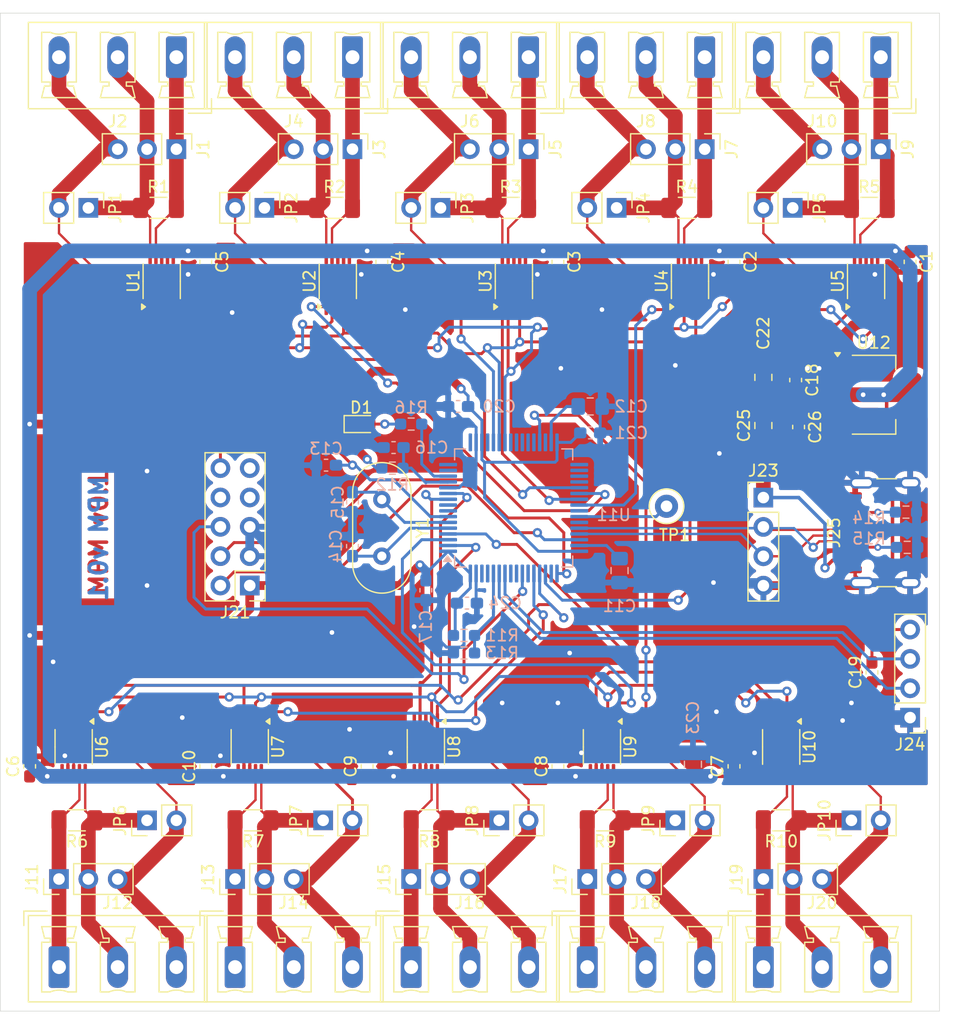
<source format=kicad_pcb>
(kicad_pcb (version 20240108) (generator "pcbnew") (generator_version "8.0")
  (layers (0 "F.Cu" signal) (31 "B.Cu" signal) (34 "B.Paste" user) (35 "F.Paste" user) (36 "B.SilkS" user "B.Silkscreen") (37 "F.SilkS" user "F.Silkscreen") (38 "B.Mask" user) (39 "F.Mask" user) (44 "Edge.Cuts" user))
  (net 0 "")
  (net 1 "Net-(U11-VCAP_2)")
  (net 2 "GND")
  (net 3 "Net-(U11-VCAP_1)")
  (net 4 "/nRST")
  (net 5 "Net-(U11-PH0)")
  (net 6 "Net-(U11-PH1)")
  (net 7 "Net-(U11-VDDA)")
  (net 8 "+3V3")
  (net 9 "Net-(J1-Pin_3)")
  (net 10 "Net-(J1-Pin_1)")
  (net 11 "Net-(J1-Pin_2)")
  (net 12 "Net-(J3-Pin_2)")
  (net 13 "Net-(J3-Pin_1)")
  (net 14 "Net-(J3-Pin_3)")
  (net 15 "Net-(J5-Pin_2)")
  (net 16 "Net-(J5-Pin_3)")
  (net 17 "Net-(J5-Pin_1)")
  (net 18 "Net-(J7-Pin_3)")
  (net 19 "Net-(J7-Pin_2)")
  (net 20 "Net-(J7-Pin_1)")
  (net 21 "Net-(J10-Pin_1)")
  (net 22 "Net-(J10-Pin_2)")
  (net 23 "Net-(J10-Pin_3)")
  (net 24 "Net-(J11-Pin_2)")
  (net 25 "Net-(J11-Pin_3)")
  (net 26 "Net-(J11-Pin_1)")
  (net 27 "Net-(J13-Pin_1)")
  (net 28 "Net-(J13-Pin_3)")
  (net 29 "Net-(J13-Pin_2)")
  (net 30 "Net-(J15-Pin_3)")
  (net 31 "Net-(J15-Pin_2)")
  (net 32 "Net-(J15-Pin_1)")
  (net 33 "Net-(J17-Pin_1)")
  (net 34 "Net-(J17-Pin_3)")
  (net 35 "Net-(J17-Pin_2)")
  (net 36 "Net-(J19-Pin_1)")
  (net 37 "Net-(J19-Pin_2)")
  (net 38 "Net-(J19-Pin_3)")
  (net 39 "Net-(U11-BOOT0)")
  (net 40 "/SPI0_CS0")
  (net 41 "/SPI0_CS1")
  (net 42 "/SPI0_CS2")
  (net 43 "/SPI0_CS3")
  (net 44 "/SPI0_CS4")
  (net 45 "/SPI1_CS0")
  (net 46 "/SPI0_MISO")
  (net 47 "/SPI0_SCLK")
  (net 48 "/SPI0_MOSI")
  (net 54 "/SPI1_MISO")
  (net 55 "/SPI1_SCLK")
  (net 57 "/SPI1_MOSI")
  (net 65 "+5V")
  (net 67 "/SPI1_CS1")
  (net 68 "/SPI1_CS2")
  (net 71 "/SWDIO")
  (net 74 "/SPI1_CS3")
  (net 81 "/SWDCLK")
  (net 82 "/SPI1_CS4")
  (net 91 "/SWO")
  (net 94 "/DM")
  (net 95 "/DP")
  (net 96 "Net-(U11-PA0)")
  (net 97 "Net-(D1-A)")
  (net 98 "Net-(J24-Pin_3)")
  (net 99 "Net-(J24-Pin_2)")
  (net 103 "Net-(J25-CC2)")
  (net 104 "Net-(J25-CC1)")
  (net 107 "Net-(U11-PA9)")
  (footprint "Connector_PinHeader_2.54mm:PinHeader_2x05_P2.54mm_Vertical" (layer "F.Cu") (at 85.09 96.52 180)
    (property "Reference" "J21")
    (property "Value" "Conn_02x05_Odd_Even")
  )
  (footprint "Capacitor_SMD:C_0603_1608Metric_Pad1.08x0.95mm_HandSolder" (layer "F.Cu") (at 81.28 68.5125 -90)
    (property "Reference" "C5")
    (property "Value" "0.1")
  )
  (footprint "Capacitor_SMD:C_0603_1608Metric_Pad1.08x0.95mm_HandSolder" (layer "F.Cu") (at 111.76 112.1675 90)
    (property "Reference" "C8")
    (property "Value" "0.1")
  )
  (footprint "Package_SO:VSSOP-10_3x3mm_P0.5mm" (layer "F.Cu") (at 123.19 70.19 90)
    (property "Reference" "U4")
    (property "Value" "INA229")
  )
  (footprint "Capacitor_SMD:C_0603_1608Metric_Pad1.08x0.95mm_HandSolder" (layer "F.Cu") (at 132.334 78.74 -90)
    (property "Reference" "C18")
    (property "Value" "0,1")
  )
  (footprint "Connector_PinHeader_2.54mm:PinHeader_1x04_P2.54mm_Vertical" (layer "F.Cu") (at 129.54 88.91)
    (property "Reference" "J23")
    (property "Value" "USB")
  )
  (footprint "Capacitor_SMD:C_0603_1608Metric_Pad1.08x0.95mm_HandSolder" (layer "F.Cu") (at 142.24 68.5125 -90)
    (property "Reference" "C1")
    (property "Value" "0.1")
  )
  (footprint "Connector_Phoenix_MC_HighVoltage:PhoenixContact_MCV_1,5_3-G-5.08_1x03_P5.08mm_Vertical" (layer "F.Cu") (at 83.82 129.54)
    (property "Reference" "J14")
    (property "Value" "Channel 1")
  )
  (footprint "Connector_Phoenix_MC_HighVoltage:PhoenixContact_MCV_1,5_3-G-5.08_1x03_P5.08mm_Vertical" (layer "F.Cu") (at 124.46 50.8 180)
    (property "Reference" "J8")
    (property "Value" "Channel 4")
  )
  (footprint "Capacitor_SMD:C_0603_1608Metric_Pad1.08x0.95mm_HandSolder" (layer "F.Cu") (at 127 112.1675 90)
    (property "Reference" "C7")
    (property "Value" "0.1")
  )
  (footprint "Connector_Phoenix_MC_HighVoltage:PhoenixContact_MCV_1,5_3-G-5.08_1x03_P5.08mm_Vertical" (layer "F.Cu") (at 99.06 129.54)
    (property "Reference" "J16")
    (property "Value" "Channel 1")
  )
  (footprint "Connector_PinHeader_2.54mm:PinHeader_1x02_P2.54mm_Vertical" (layer "F.Cu") (at 86.36 63.84 -90)
    (property "Reference" "JP2")
    (property "Value" "VBUS_SEL")
  )
  (footprint "Connector_PinHeader_2.54mm:PinHeader_1x02_P2.54mm_Vertical" (layer "F.Cu") (at 91.44 116.84 90)
    (property "Reference" "JP7")
    (property "Value" "VBUS_SEL")
  )
  (footprint "Capacitor_SMD:C_0603_1608Metric_Pad1.08x0.95mm_HandSolder" (layer "F.Cu") (at 138.938 104.0395 90)
    (property "Reference" "C19")
    (property "Value" "0,1")
  )
  (footprint "LED_SMD:LED_0603_1608Metric" (layer "F.Cu") (at 94.742 82.55)
    (property "Reference" "D1")
    (property "Value" "LED")
  )
  (footprint "Connector_PinHeader_2.54mm:PinHeader_1x02_P2.54mm_Vertical" (layer "F.Cu") (at 101.6 63.84 -90)
    (property "Reference" "JP3")
    (property "Value" "VBUS_SEL")
  )
  (footprint "Resistor_SMD:R_1206_3216Metric_Pad1.30x1.75mm_HandSolder" (layer "F.Cu") (at 115.85 116.84 180)
    (property "Reference" "R9")
    (property "Value" "0R1")
  )
  (footprint "Package_SO:VSSOP-10_3x3mm_P0.5mm" (layer "F.Cu") (at 107.95 70.19 90)
    (property "Reference" "U3")
    (property "Value" "INA229")
  )
  (footprint "Crystal:Crystal_HC18-U_Vertical" (layer "F.Cu") (at 96.52 89.08 -90)
    (property "Reference" "Y1")
    (property "Value" "8M")
  )
  (footprint "Capacitor_SMD:C_0805_2012Metric_Pad1.18x1.45mm_HandSolder" (layer "F.Cu") (at 129.54 82.675 90)
    (property "Reference" "C25")
    (property "Value" "2,2u")
  )
  (footprint "Connector_PinHeader_2.54mm:PinHeader_1x02_P2.54mm_Vertical" (layer "F.Cu") (at 71.12 63.84 -90)
    (property "Reference" "JP1")
    (property "Value" "VBUS_SEL")
  )
  (footprint "Package_SO:VSSOP-10_3x3mm_P0.5mm" (layer "F.Cu") (at 100.33 110.49 -90)
    (property "Reference" "U8")
    (property "Value" "INA229")
  )
  (footprint "Resistor_SMD:R_1206_3216Metric_Pad1.30x1.75mm_HandSolder" (layer "F.Cu") (at 70.13 116.84 180)
    (property "Reference" "R6")
    (property "Value" "0R1")
  )
  (footprint "Resistor_SMD:R_1206_3216Metric_Pad1.30x1.75mm_HandSolder" (layer "F.Cu") (at 122.91 63.84)
    (property "Reference" "R4")
    (property "Value" "0R1")
  )
  (footprint "Connector_Phoenix_MC_HighVoltage:PhoenixContact_MCV_1,5_3-G-5.08_1x03_P5.08mm_Vertical" (layer "F.Cu") (at 78.74 50.8 180)
    (property "Reference" "J2")
    (property "Value" "Channel 1")
  )
  (footprint "TestPoint:TestPoint_Loop_D1.80mm_Drill1.0mm_Beaded" (layer "F.Cu") (at 121.158 89.662)
    (property "Reference" "TP1")
    (property "Value" "TX")
  )
  (footprint "Connector_Phoenix_MC_HighVoltage:PhoenixContact_MCV_1,5_3-G-5.08_1x03_P5.08mm_Vertical" (layer "F.Cu") (at 109.22 50.8 180)
    (property "Reference" "J6")
    (property "Value" "Channel 3")
  )
  (footprint "Connector_PinHeader_2.54mm:PinHeader_1x03_P2.54mm_Vertical" (layer "F.Cu") (at 129.54 121.92 90)
    (property "Reference" "J19")
    (property "Value" "Channel 1")
  )
  (footprint "Capacitor_SMD:C_0603_1608Metric_Pad1.08x0.95mm_HandSolder" (layer "F.Cu") (at 81.28 112.1675 90)
    (property "Reference" "C10")
    (property "Value" "0.1")
  )
  (footprint "Connector_Phoenix_MC_HighVoltage:PhoenixContact_MCV_1,5_3-G-5.08_1x03_P5.08mm_Vertical" (layer "F.Cu") (at 93.98 50.8 180)
    (property "Reference" "J4")
    (property "Value" "Channel 2")
  )
  (footprint "Resistor_SMD:R_1206_3216Metric_Pad1.30x1.75mm_HandSolder" (layer "F.Cu") (at 100.61 116.84 180)
    (property "Reference" "R8")
    (property "Value" "0R1")
  )
  (footprint "Resistor_SMD:R_1206_3216Metric_Pad1.30x1.75mm_HandSolder" (layer "F.Cu") (at 92.43 63.84)
    (property "Reference" "R2")
    (property "Value" "0R1")
  )
  (footprint "Capacitor_SMD:C_0603_1608Metric_Pad1.08x0.95mm_HandSolder" (layer "F.Cu") (at 111.76 68.5125 -90)
    (property "Reference" "C3")
    (property "Value" "0.1")
  )
  (footprint "Connector_PinHeader_2.54mm:PinHeader_1x03_P2.54mm_Vertical" (layer "F.Cu") (at 93.98 58.76 -90)
    (property "Reference" "J3")
    (property "Value" "Channel 2")
  )
  (footprint "Connector_PinHeader_2.54mm:PinHeader_1x02_P2.54mm_Vertical" (layer "F.Cu") (at 116.84 63.84 -90)
    (property "Reference" "JP4")
    (property "Value" "VBUS_SEL")
  )
  (footprint "Package_SO:VSSOP-10_3x3mm_P0.5mm" (layer "F.Cu") (at 138.43 70.19 90)
    (property "Reference" "U5")
    (property "Value" "INA229")
  )
  (footprint "Resistor_SMD:R_1206_3216Metric_Pad1.30x1.75mm_HandSolder" (layer "F.Cu") (at 138.71 63.84)
    (property "Reference" "R5")
    (property "Value" "0R1")
  )
  (footprint "Package_SO:VSSOP-10_3x3mm_P0.5mm" (layer "F.Cu") (at 85.09 110.49 -90)
    (property "Reference" "U7")
    (property "Value" "INA229")
  )
  (footprint "Connector_PinHeader_2.54mm:PinHeader_1x02_P2.54mm_Vertical" (layer "F.Cu") (at 132.08 63.84 -90)
    (property "Reference" "JP5")
    (property "Value" "VBUS_SEL")
  )
  (footprint "Package_SO:VSSOP-10_3x3mm_P0.5mm" (layer "F.Cu") (at 77.47 70.19 90)
    (property "Reference" "U1")
    (property "Value" "INA229")
  )
  (footprint "Package_SO:VSSOP-10_3x3mm_P0.5mm" (layer "F.Cu") (at 115.57 110.49 -90)
    (property "Reference" "U9")
    (property "Value" "INA229")
  )
  (footprint "Connector_PinHeader_2.54mm:PinHeader_1x03_P2.54mm_Vertical" (layer "F.Cu") (at 124.46 58.76 -90)
    (property "Reference" "J7")
    (property "Value" "Channel 4")
  )
  (footprint "Connector_PinHeader_2.54mm:PinHeader_1x02_P2.54mm_Vertical" (layer "F.Cu") (at 76.2 116.84 90)
    (property "Reference" "JP6")
    (property "Value" "VBUS_SEL")
  )
  (footprint "Capacitor_SMD:C_0603_1608Metric_Pad1.08x0.95mm_HandSolder" (layer "F.Cu") (at 132.588 82.804 -90)
    (property "Reference" "C26")
    (property "Value" "0,1")
  )
  (footprint "Capacitor_SMD:C_0805_2012Metric_Pad1.18x1.45mm_HandSolder" (layer "F.Cu") (at 129.54 78.5075 90)
    (property "Reference" "C22")
    (property "Value" "2,2u")
  )
  (footprint "Connector_PinHeader_2.54mm:PinHeader_1x04_P2.54mm_Vertical" (layer "F.Cu") (at 142.24 107.95 180)
    (property "Reference" "J24")
    (property "Value" "I2C")
  )
  (footprint "Connector_Phoenix_MC_HighVoltage:PhoenixContact_MCV_1,5_3-G-5.08_1x03_P5.08mm_Vertical" (layer "F.Cu") (at 114.3 129.54)
    (property "Reference" "J18")
    (property "Value" "Channel 1")
  )
  (footprint "Capacitor_SMD:C_0603_1608Metric_Pad1.08x0.95mm_HandSolder" (layer "F.Cu") (at 95.25 112.1675 90)
    (property "Reference" "C9")
    (property "Value" "0.1")
  )
  (footprint "Connector_Phoenix_MC_HighVoltage:PhoenixContact_MCV_1,5_3-G-5.08_1x03_P5.08mm_Vertical" (layer "F.Cu") (at 68.58 129.54)
    (property "Reference" "J12")
    (property "Value" "Channel 1")
  )
  (footprint "Connector_Phoenix_MC_HighVoltage:PhoenixContact_MCV_1,5_3-G-5.08_1x03_P5.08mm_Vertical" (layer "F.Cu") (at 129.54 129.54)
    (property "Reference" "J20")
    (property "Value" "Channel 1")
  )
  (footprint "Package_SO:VSSOP-10_3x3mm_P0.5mm" (layer "F.Cu") (at 69.85 110.49 -90)
    (property "Reference" "U6")
    (property "Value" "INA229")
  )
  (footprint "Connector_USB:USB_C_Receptacle_GCT_USB4105-xx-A_16P_TopMnt_Horizontal" (layer "F.Cu") (at 141.165 91.95 90)
    (property "Reference" "J25")
    (property "Value" "USB_C_Receptacle_USB2.0_16P")
  )
  (footprint "Connector_PinHeader_2.54mm:PinHeader_1x03_P2.54mm_Vertical" (layer "F.Cu") (at 78.74 58.76 -90)
    (property "Reference" "J1")
    (property "Value" "Channel 1")
  )
  (footprint "Connector_PinHeader_2.54mm:PinHeader_1x02_P2.54mm_Vertical" (layer "F.Cu") (at 121.92 116.84 90)
    (property "Reference" "JP9")
    (property "Value" "VBUS_SEL")
  )
  (footprint "Connector_PinHeader_2.54mm:PinHeader_1x02_P2.54mm_Vertical" (layer "F.Cu") (at 137.16 116.84 90)
    (property "Reference" "JP10")
    (property "Value" "VBUS_SEL")
  )
  (footprint "Resistor_SMD:R_1206_3216Metric_Pad1.30x1.75mm_HandSolder" (layer "F.Cu") (at 131.09 116.84 180)
    (property "Reference" "R10")
    (property "Value" "0R1")
  )
  (footprint "Resistor_SMD:R_1206_3216Metric_Pad1.30x1.75mm_HandSolder" (layer "F.Cu") (at 77.19 63.84)
    (property "Reference" "R1")
    (property "Value" "0R1")
  )
  (footprint "Connector_PinHeader_2.54mm:PinHeader_1x03_P2.54mm_Vertical" (layer "F.Cu") (at 139.7 58.76 -90)
    (property "Reference" "J9")
    (property "Value" "Channel 5")
  )
  (footprint "Connector_PinHeader_2.54mm:PinHeader_1x03_P2.54mm_Vertical" (layer "F.Cu") (at 83.82 121.92 90)
    (property "Reference" "J13")
    (property "Value" "Channel 1")
  )
  (footprint "Capacitor_SMD:C_0603_1608Metric_Pad1.08x0.95mm_HandSolder" (layer "F.Cu") (at 66.04 112.1675 90)
    (property "Reference" "C6")
    (property "Value" "0.1")
  )
  (footprint "Connector_PinHeader_2.54mm:PinHeader_1x03_P2.54mm_Vertical" (layer "F.Cu") (at 99.06 121.92 90)
    (property "Reference" "J15")
    (property "Value" "Channel 1")
  )
  (footprint "Connector_Phoenix_MC_HighVoltage:PhoenixContact_MCV_1,5_3-G-5.08_1x03_P5.08mm_Vertical" (layer "F.Cu") (at 139.7 50.8 180)
    (property "Reference" "J10")
    (property "Value" "Channel 5")
  )
  (footprint "Connector_PinHeader_2.54mm:PinHeader_1x03_P2.54mm_Vertical" (layer "F.Cu") (at 109.22 58.76 -90)
    (property "Reference" "J5")
    (property "Value" "Channel 3")
  )
  (footprint "Connector_PinHeader_2.54mm:PinHeader_1x02_P2.54mm_Vertical" (layer "F.Cu") (at 106.68 116.84 90)
    (property "Reference" "JP8")
    (property "Value" "VBUS_SEL")
  )
  (footprint "Connector_PinHeader_2.54mm:PinHeader_1x03_P2.54mm_Vertical" (layer "F.Cu") (at 114.3 121.92 90)
    (property "Reference" "J17")
    (property "Value" "Channel 1")
  )
  (footprint "Capacitor_SMD:C_0603_1608Metric_Pad1.08x0.95mm_HandSolder" (layer "F.Cu") (at 127 68.5125 -90)
    (property "Reference" "C2")
    (property "Value" "0.1")
  )
  (footprint "Package_SO:VSSOP-10_3x3mm_P0.5mm" (layer "F.Cu") (at 131.08 110.49 -90)
    (property "Reference" "U10")
    (property "Value" "INA229")
  )
  (footprint "Connector_PinHeader_2.54mm:PinHeader_1x03_P2.54mm_Vertical" (layer "F.Cu") (at 68.58 121.92 90)
    (property "Reference" "J11")
    (property "Value" "Channel 1")
  )
  (footprint "Package_SO:VSSOP-10_3x3mm_P0.5mm" (layer "F.Cu") (at 92.71 70.19 90)
    (property "Reference" "U2")
    (property "Value" "INA229")
  )
  (footprint "Package_TO_SOT_SMD:SOT-223-3_TabPin2" (layer "F.Cu") (at 139.09 80.01)
    (property "Reference" "U12")
    (property "Value" "AZ1117H-ADJ")
  )
  (footprint "Resistor_SMD:R_1206_3216Metric_Pad1.30x1.75mm_HandSolder" (layer "F.Cu") (at 107.67 63.84)
    (property "Reference" "R3")
    (property "Value" "0R1")
  )
  (footprint "Resistor_SMD:R_1206_3216Metric_Pad1.30x1.75mm_HandSolder" (layer "F.Cu") (at 85.37 116.84 180)
    (property "Reference" "R7")
    (property "Value" "0R1")
  )
  (footprint "Capacitor_SMD:C_0603_1608Metric_Pad1.08x0.95mm_HandSolder" (layer "F.Cu") (at 96.52 68.5125 -90)
    (property "Reference" "C4")
    (property "Value" "0.1")
  )
  (footprint "Capacitor_SMD:C_0805_2012Metric_Pad1.18x1.45mm_HandSolder" (layer "B.Cu") (at 117.094 95.2285 -90)
    (property "Reference" "C11")
    (property "Value" "2,2u")
  )
  (footprint "Capacitor_SMD:C_0603_1608Metric_Pad1.08x0.95mm_HandSolder" (layer "B.Cu") (at 103.886 98.044 180)
    (property "Reference" "C24")
    (property "Value" "0,1")
  )
  (footprint "Package_QFP:LQFP-64_10x10mm_P0.5mm" (layer "B.Cu") (at 107.93 89.8075)
    (property "Reference" "U11")
    (property "Value" "STM32F405RGTx")
  )
  (footprint "Resistor_SMD:R_0603_1608Metric_Pad0.98x0.95mm_HandSolder" (layer "B.Cu") (at 97.4325 86.36)
    (property "Reference" "R12")
    (property "Value" "0")
  )
  (footprint "Capacitor_SMD:C_0805_2012Metric_Pad1.18x1.45mm_HandSolder" (layer "B.Cu") (at 114.554 81.026)
    (property "Reference" "C12")
    (property "Value" "2,2u")
  )
  (footprint "Capacitor_SMD:C_0603_1608Metric_Pad1.08x0.95mm_HandSolder" (layer "B.Cu") (at 100.33 96.9275 90)
    (property "Reference" "C17")
    (property "Value" "0,1")
  )
  (footprint "Capacitor_SMD:C_0603_1608Metric_Pad1.08x0.95mm_HandSolder" (layer "B.Cu") (at 93.98 89.3075 90)
    (property "Reference" "C15")
    (property "Value" "10p")
  )
  (footprint "Capacitor_SMD:C_0805_2012Metric_Pad1.18x1.45mm_HandSolder" (layer "B.Cu") (at 123.444 111.9925 90)
    (property "Reference" "C23")
    (property "Value" "2,2u")
  )
  (footprint "Capacitor_SMD:C_0603_1608Metric_Pad1.08x0.95mm_HandSolder" (layer "B.Cu") (at 97.536 84.582 180)
    (property "Reference" "C16")
    (property "Value" "0,1")
  )
  (footprint "Capacitor_SMD:C_0603_1608Metric_Pad1.08x0.95mm_HandSolder" (layer "B.Cu") (at 93.98 93.1175 -90)
    (property "Reference" "C14")
    (property "Value" "10p")
  )
  (footprint "Resistor_SMD:R_0603_1608Metric_Pad0.98x0.95mm_HandSolder" (layer "B.Cu") (at 99.06 82.55 180)
    (property "Reference" "R16")
    (property "Value" "4K7")
  )
  (footprint "Capacitor_SMD:C_0603_1608Metric_Pad1.08x0.95mm_HandSolder" (layer "B.Cu") (at 103.124 81.026)
    (property "Reference" "C20")
    (property "Value" "0,1")
  )
  (footprint "Resistor_SMD:R_0603_1608Metric_Pad0.98x0.95mm_HandSolder" (layer "B.Cu") (at 141.986 93.218 180)
    (property "Reference" "R15")
    (property "Value" "0")
  )
  (footprint "Capacitor_SMD:C_0603_1608Metric_Pad1.08x0.95mm_HandSolder" (layer "B.Cu") (at 91.694 86.106 180)
    (property "Reference" "C13")
    (property "Value" "0,1")
  )
  (footprint "Resistor_SMD:R_0603_1608Metric_Pad0.98x0.95mm_HandSolder" (layer "B.Cu") (at 141.8825 90.17)
    (property "Reference" "R14")
    (property "Value" "0")
  )
  (footprint "Resistor_SMD:R_0603_1608Metric_Pad0.98x0.95mm_HandSolder" (layer "B.Cu") (at 103.632 100.838)
    (property "Reference" "R11")
    (property "Value" "4K7")
  )
  (footprint "Resistor_SMD:R_0603_1608Metric_Pad0.98x0.95mm_HandSolder" (layer "B.Cu") (at 103.632 102.362)
    (property "Reference" "R13")
    (property "Value" "4K7")
  )
  (footprint "Capacitor_SMD:C_0603_1608Metric_Pad1.08x0.95mm_HandSolder" (layer "B.Cu") (at 114.554 83.312 180)
    (property "Reference" "C21")
    (property "Value" "0,1")
  )
  (gr_line (start 144.78 46.99) (end 63.5 46.99) (stroke (width 0.05)) (layer "Edge.Cuts"))
  (gr_line (start 63.5 46.99) (end 63.5 133.35) (stroke (width 0.05)) (layer "Edge.Cuts"))
  (gr_line (start 63.5 133.35) (end 144.78 133.35) (stroke (width 0.05)) (layer "Edge.Cuts"))
  (gr_line (start 144.78 133.35) (end 144.78 46.99) (stroke (width 0.05)) (layer "Edge.Cuts"))
  (gr_text "MPM v0.1" (at 72.898 97.536 90) (layer "F.Cu") (effects (font (size 1.5 1.5) (thickness 0.3) (bold yes)) (justify left bottom)))
  (gr_text "MPM v0.1" (at 72.898 86.868 90) (layer "B.Cu") (effects (font (size 1.5 1.5) (thickness 0.3) (bold yes)) (justify left bottom mirror)))
  (segment (start 115.9605 93.0575) (end 117.094 94.191) (width 0.254) (layer "B.Cu") (net 1))
  (segment (start 113.605 93.0575) (end 115.9605 93.0575) (width 0.254) (layer "B.Cu") (net 1))
  (segment (start 99.83 111.514) (end 99.83 112.69) (width 0.254) (layer "F.Cu") (net 2))
  (segment (start 77.97 67.99) (end 77.97 69.08) (width 0.254) (layer "F.Cu") (net 2))
  (segment (start 83.992836 111.333164) (end 83.911672 111.252) (width 0.2032) (layer "F.Cu") (net 2))
  (segment (start 115.07 111.514) (end 114.554 110.998) (width 0.254) (layer "F.Cu") (net 2))
  (segment (start 79.756 69.596) (end 80.518 69.596) (width 0.254) (layer "F.Cu") (net 2))
  (segment (start 93.21 67.99) (end 93.21 69.08) (width 0.254) (layer "F.Cu") (net 2))
  (segment (start 129.54 77.47) (end 131.9265 77.47) (width 0.762) (layer "F.Cu") (net 2))
  (segment (start 69.088 111.252) (end 69.035 111.305) (width 0.254) (layer "F.Cu") (net 2))
  (segment (start 130.302 110.998) (end 128.778 110.998) (width 0.254) (layer "F.Cu") (net 2))
  (segment (start 132.5015 77.71) (end 132.334 77.8775) (width 0.762) (layer "F.Cu") (net 2))
  (segment (start 123.69 67.99) (end 123.69 69.08) (width 0.2032) (layer "F.Cu") (net 2))
  (segment (start 93.726 69.596) (end 94.234 69.596) (width 0.254) (layer "F.Cu") (net 2))
  (segment (start 138.93 69.334) (end 139.192 69.596) (width 0.254) (layer "F.Cu") (net 2))
  (segment (start 82.751 111.305) (end 82.804 111.252) (width 0.2032) (layer "F.Cu") (net 2))
  (segment (start 140.97 69.375) (end 142.24 69.375) (width 0.254) (layer "F.Cu") (net 2))
  (segment (start 95.25 111.305) (end 96.975 111.305) (width 0.254) (layer "F.Cu") (net 2))
  (segment (start 137.485 88.205) (end 138.06 87.63) (width 0.3048) (layer "F.Cu") (net 2))
  (segment (start 127.762 77.978) (end 128.27 77.47) (width 0.762) (layer "F.Cu") (net 2))
  (segment (start 69.35 112.69) (end 69.35 111.514) (width 0.254) (layer "F.Cu") (net 2))
  (segment (start 128.778 110.998) (end 128.27 110.998) (width 0.254) (layer "F.Cu") (net 2))
  (segment (start 80.739 69.375) (end 81.28 69.375) (width 0.254) (layer "F.Cu") (net 2))
  (segment (start 96.299 69.596) (end 96.52 69.375) (width 0.254) (layer "F.Cu") (net 2))
  (segment (start 138.938 104.902) (end 138.938 107.188) (width 0.254) (layer "F.Cu") (net 2))
  (segment (start 108.45 69.334) (end 108.712 69.596) (width 0.2032) (layer "F.Cu") (net 2))
  (segment (start 109.982 69.596) (end 110.744 69.596) (width 0.2032) (layer "F.Cu") (net 2))
  (segment (start 113.337 111.305) (end 113.284 111.252) (width 0.254) (layer "F.Cu") (net 2))
  (segment (start 84.59 111.894408) (end 84.028756 111.333164) (width 0.254) (layer "F.Cu") (net 2))
  (segment (start 137.485 88.75) (end 137.485 88.205) (width 0.3048) (layer "F.Cu") (net 2))
  (segment (start 113.792 110.998) (end 113.485 111.305) (width 0.254) (layer "F.Cu") (net 2))
  (segment (start 110.744 69.596) (end 110.965 69.375) (width 0.2032) (layer "F.Cu") (net 2))
  (segment (start 128.1195 81.6375) (end 127.762 81.28) (width 0.762) (layer "F.Cu") (net 2))
  (segment (start 128.27 110.998) (end 127.963 111.305) (width 0.254) (layer "F.Cu") (net 2))
  (segment (start 82.804 111.252) (end 82.55 111.252) (width 0.2032) (layer "F.Cu") (net 2))
  (segment (start 132.284 81.6375) (end 132.588 81.9415) (width 0.762) (layer "F.Cu") (net 2))
  (segment (start 125.476 69.596) (end 125.697 69.375) (width 0.2032) (layer "F.Cu") (net 2))
  (segment (start 108.712 69.596) (end 109.982 69.596) (width 0.2032) (layer "F.Cu") (net 2))
  (segment (start 94.234 69.596) (end 94.742 69.596) (width 0.254) (layer "F.Cu") (net 2))
  (segment (start 131.9265 77.47) (end 132.334 77.8775) (width 0.762) (layer "F.Cu") (net 2))
  (segment (start 68.072 103.124) (end 96.266 103.124) (width 0.762) (layer "F.Cu") (net 2))
  (segment (start 130.556 111.870408) (end 130.556 111.252) (width 0.254) (layer "F.Cu") (net 2))
  (segment (start 125.222 69.596) (end 125.476 69.596) (width 0.2032) (layer "F.Cu") (net 2))
  (segment (start 83.647164 111.333164) (end 83.619 111.305) (width 0.254) (layer "F.Cu") (net 2))
  (segment (start 129.54 81.6375) (end 132.284 81.6375) (width 0.762) (layer "F.Cu") (net 2))
  (segment (start 137.485 95.15) (end 137.485 95.695) (width 0.3048) (layer "F.Cu") (net 2))
  (segment (start 96.975 111.305) (end 97.282 110.998) (width 0.254) (layer "F.Cu") (net 2))
  (segment (start 113.231 111.305) (end 111.76 111.305) (width 0.254) (layer "F.Cu") (net 2))
  (segment (start 77.97 69.08) (end 78.486 69.596) (width 0.254) (layer "F.Cu") (net 2))
  (segment (start 83.911672 111.252) (end 82.804 111.252) (width 0.2032) (layer "F.Cu") (net 2))
  (segment (start 128.27 77.47) (end 129.54 77.47) (width 0.762) (layer "F.Cu") (net 2))
  (segment (start 96.266 103.124) (end 99.314 100.076) (width 0.762) (layer "F.Cu") (net 2))
  (segment (start 80.518 69.596) (end 80.739 69.375) (width 0.254) (layer "F.Cu") (net 2))
  (segment (start 97.282 110.998) (end 99.314 110.998) (width 0.254) (layer "F.Cu") (net 2))
  (segment (start 81.28 111.305) (end 82.751 111.305) (width 0.2032) (layer "F.Cu") (net 2))
  (segment (start 139.7 107.95) (end 142.24 107.95) (width 0.254) (layer "F.Cu") (net 2))
  (segment (start 83.992836 111.333164) (end 83.647164 111.333164) (width 0.254) (layer "F.Cu") (net 2))
  (segment (start 83.619 111.305) (end 81.28 111.305) (width 0.254) (layer "F.Cu") (net 2))
  (segment (start 84.028756 111.333164) (end 83.992836 111.333164) (width 0.254) (layer "F.Cu") (net 2))
  (segment (start 114.554 110.998) (end 113.792 110.998) (width 0.254) (layer "F.Cu") (net 2))
  (segment (start 125.697 69.375) (end 127 69.375) (width 0.2032) (layer "F.Cu") (net 2))
  (segment (start 124.206 69.596) (end 125.222 69.596) (width 0.2032) (layer "F.Cu") (net 2))
  (segment (start 69.035 111.305) (end 66.04 111.305) (width 0.254) (layer "F.Cu") (net 2))
  (segment (start 140.749 69.596) (end 140.97 69.375) (width 0.254) (layer "F.Cu") (net 2))
  (segment (start 115.07 112.69) (end 115.07 111.514) (width 0.254) (layer "F.Cu") (net 2))
  (segment (start 130.58 111.894408) (end 130.556 111.870408) (width 0.254) (layer "F.Cu") (net 2))
  (segment (start 94.742 69.596) (end 96.299 69.596) (width 0.254) (layer "F.Cu") (net 2))
  (segment (start 123.69 69.08) (end 124.206 69.596) (width 0.2032) (layer "F.Cu") (net 2))
  (segment (start 93.599 69.469) (end 93.726 69.596) (width 0.254) (layer "F.Cu") (net 2))
  (segment (start 135.94 77.71) (end 132.5015 77.71) (width 0.762) (layer "F.Cu") (net 2))
  (segment (start 127.762 81.28) (end 127.762 77.978) (width 0.762) (layer "F.Cu") (net 2))
  (segment (start 69.35 111.514) (end 69.088 111.252) (width 0.254) (layer "F.Cu") (net 2))
  (segment (start 129.54 81.6375) (end 128.1195 81.6375) (width 0.762) (layer "F.Cu") (net 2))
  (segment (start 137.485 95.695) (end 138.06 96.27) (width 0.3048) (layer "F.Cu") (net 2))
  (segment (start 138.938 107.188) (end 139.7 107.95) (width 0.254) (layer "F.Cu") (net 2))
  (segment (start 130.556 111.252) (end 130.302 110.998) (width 0.254) (layer "F.Cu") (net 2))
  (segment (start 127.963 111.305) (end 127 111.305) (width 0.254) (layer "F.Cu") (net 2))
  (segment (start 99.314 110.998) (end 99.83 111.514) (width 0.254) (layer "F.Cu") (net 2))
  (segment (start 137.8 96.53) (end 138.06 96.27) (width 0.762) (layer "F.Cu") (net 2))
  (segment (start 109.982 69.596) (end 110.236 69.596) (width 0.2032) (layer "F.Cu") (net 2))
  (segment (start 93.21 69.08) (end 93.599 69.469) (width 0.254) (layer "F.Cu") (net 2))
  (segment (start 139.192 69.596) (end 140.749 69.596) (width 0.254) (layer "F.Cu") (net 2))
  (segment (start 129.54 96.53) (end 137.8 96.53) (width 0.762) (layer "F.Cu") (net 2))
  (segment (start 84.59 112.69) (end 84.59 111.894408) (width 0.254) (layer "F.Cu") (net 2))
  (segment (start 82.095 111.305) (end 81.28 111.305) (width 0.2032) (layer "F.Cu") (net 2))
  (segment (start 78.486 69.596) (end 79.756 69.596) (width 0.254) (layer "F.Cu") (net 2))
  (segment (start 138.93 67.99) (end 138.93 69.334) (width 0.254) (layer "F.Cu") (net 2))
  (segment (start 108.45 67.99) (end 108.45 69.334) (width 0.2032) (layer "F.Cu") (net 2))
  (segment (start 113.485 111.305) (end 113.337 111.305) (width 0.254) (layer "F.Cu") (net 2))
  (segment (start 113.284 111.252) (end 113.231 111.305) (width 0.254) (layer "F.Cu") (net 2))
  (segment (start 110.965 69.375) (end 111.76 69.375) (width 0.2032) (layer "F.Cu") (net 2))
  (segment (start 130.58 112.69) (end 130.58 111.894408) (width 0.254) (layer "F.Cu") (net 2))
  (via (at 68.072 103.124) (size 0.8) (drill 0.4) (layers "F.Cu" "B.Cu") (net 2))
  (via (at 79.756 69.596) (size 0.8) (drill 0.4) (layers "F.Cu" "B.Cu") (net 2))
  (via (at 125.476 107.442) (size 0.8) (drill 0.4) (layers "F.Cu" "B.Cu") (net 2))
  (via (at 98.552 72.644) (size 0.8) (drill 0.4) (layers "F.Cu" "B.Cu") (net 2))
  (via (at 111.76 106.68) (size 0.8) (drill 0.4) (layers "F.Cu" "B.Cu") (net 2))
  (via (at 115.57 72.644) (size 0.8) (drill 0.4) (layers "F.Cu" "B.Cu") (net 2))
  (via (at 112.014 77.724) (size 0.8) (drill 0.4) (layers "F.Cu" "B.Cu") (net 2))
  (via (at 134.366 77.724) (size 0.8) (drill 0.4) (layers "F.Cu" "B.Cu") (net 2))
  (via (at 136.398 108.204) (size 0.8) (drill 0.4) (layers "F.Cu" "B.Cu") (net 2))
  (via (at 76.2 96.52) (size 0.8) (drill 0.4) (layers "F.Cu" "B.Cu") (net 2))
  (via (at 82.55 111.252) (size 0.8) (drill 0.4) (layers "F.Cu" "B.Cu") (net 2))
  (via (at 92.202 100.584) (size 0.8) (drill 0.4) (layers "F.Cu" "B.Cu") (net 2))
  (via (at 69.088 111.252) (size 0.8) (drill 0.4) (layers "F.Cu" "B.Cu") (net 2))
  (via (at 76.2 86.614) (size 0.8) (drill 0.4) (layers "F.Cu" "B.Cu") (net 2))
  (via (at 113.792 110.998) (size 0.8) (drill 0.4) (layers "F.Cu" "B.Cu") (net 2))
  (via (at 128.778 110.998) (size 0.8) (drill 0.4) (layers "F.Cu" "B.Cu") (net 2))
  (via (at 137.16 106.68) (size 0.8) (drill 0.4) (layers "F.Cu" "B.Cu") (net 2))
  (via (at 79.248 107.95) (size 0.8) (drill 0.4) (layers "F.Cu" "B.Cu") (net 2))
  (via (at 106.934 106.68) (size 0.8) (drill 0.4) (layers "F.Cu" "B.Cu") (net 2))
  (via (at 97.282 110.998) (size 0.8) (drill 0.4) (layers "F.Cu" "B.Cu") (net 2))
  (via (at 112.776 102.362) (size 0.8) (drill 0.4) (layers "F.Cu" "B.Cu") (net 2))
  (via (at 94.742 69.596) (size 0.8) (drill 0.4) (layers "F.Cu" "B.Cu") (net 2))
  (via (at 93.726 108.966) (size 0.8) (drill 0.4) (layers "F.Cu" "B.Cu") (net 2))
  (via (at 139.192 69.596) (size 0.8) (drill 0.4) (layers "F.Cu" "B.Cu") (net 2))
  (via (at 99.314 100.076) (size 0.8) (drill 0.4) (layers "F.Cu" "B.Cu") (net 2))
  (via (at 125.222 96.266) (size 0.8) (drill 0.4) (layers "F.Cu" "B.Cu") (net 2))
  (via (at 133.35 77.724) (size 0.8) (drill 0.4) (layers "F.Cu" "B.Cu") (net 2))
  (via (at 125.222 69.596) (size 0.8) (drill 0.4) (layers "F.Cu" "B.Cu") (net 2))
  (via (at 83.566 72.898) (size 0.8) (drill 0.4) (layers "F.Cu" "B.Cu") (net 2))
  (via (at 109.982 69.596) (size 0.8) (drill 0.4) (layers "F.Cu" "B.Cu") (net 2))
  (via (at 121.92 77.47) (size 0.8) (drill 0.4) (layers "F.Cu" "B.Cu") (net 2))
  (via (at 125.73 85.09) (size 0.8) (drill 0.4) (layers "F.Cu" "B.Cu") (net 2))
  (segment (start 115.5915 81.026) (end 115.5915 72.6655) (width 0.762) (layer "B.Cu") (net 2))
  (segment (start 115.57 72.644) (end 115.5915 72.6225) (width 0.762) (layer "B.Cu") (net 2))
  (segment (start 124.968 110.998) (end 68.58 110.998) (width 1.27) (layer "B.Cu") (net 2))
  (segment (start 138.06 96.27) (end 142.24 96.27) (width 0.762) (layer "B.Cu") (net 2))
  (segment (start 115.5915 72.6655) (end 115.57 72.644) (width 0.762) (layer "B.Cu") (net 2))
  (segment (start 115.4165 83.312) (end 115.4165 81.201) (width 0.254) (layer "B.Cu") (net 2))
  (segment (start 138.938 77.47) (end 139.192 77.216) (width 1.27) (layer "B.Cu") (net 2))
  (segment (start 85.905 92.255) (end 85.09 91.44) (width 0.762) (layer "B.Cu") (net 2))
  (segment (start 139.954 76.454) (end 138.938 77.47) (width 1.27) (layer "B.Cu") (net 2))
  (segment (start 104.68 86.582) (end 104.68 84.1325) (width 0.254) (layer "B.Cu") (net 2))
  (segment (start 95.504 69.596) (end 101.854 69.596) (width 1.27) (layer "B.Cu") (net 2))
  (segment (start 100.33 100.076) (end 102.108 101.854) (width 0.254) (layer "B.Cu") (net 2))
  (segment (start 90.8315 81.1265) (end 90.932 81.026) (width 0.762) (layer "B.Cu") (net 2))
  (segment (start 87.63 69.596) (end 95.504 69.596) (width 1.27) (layer "B.Cu") (net 2))
  (segment (start 104.68 82.836) (end 104.14 82.296) (width 0.254) (layer "B.Cu") (net 2))
  (segment (start 125.222 96.266) (end 129.276 96.266) (width 0.762) (layer "B.Cu") (net 2))
  (segment (start 103.632 100.023) (end 103.632 101.6) (width 0.254) (layer "B.Cu") (net 2))
  (segment (start 104.595 99.06) (end 103.632 100.023) (width 0.254) (layer "B.Cu") (net 2))
  (segment (start 70.358 69.596) (end 87.63 69.596) (width 1.27) (layer "B.Cu") (net 2))
  (segment (start 138.684 77.724) (end 136.906 77.724) (width 1.27) (layer "B.Cu") (net 2))
  (segment (start 102.2615 81.026) (end 95.504 81.026) (width 0.254) (layer "B.Cu") (net 2))
  (segment (start 93.218 90.17) (end 93.98 90.17) (width 0.254) (layer "B.Cu") (net 2))
  (segment (start 104.68 84.1325) (end 104.68 82.836) (width 0.254) (layer "B.Cu") (net 2))
  (segment (start 142.24 107.95) (end 136.652 107.95) (width 1.27) (layer "B.Cu") (net 2))
  (segment (start 95.504 81.026) (end 90.932 81.026) (width 0.254) (layer "B.Cu") (net 2))
  (segment (start 136.652 107.95) (end 136.398 108.204) (width 1.27) (layer "B.Cu") (net 2))
  (segment (start 115.316 69.596) (end 139.192 69.596) (width 1.27) (layer "B.Cu") (net 2))
  (segment (start 134.366 77.724) (end 133.35 77.724) (width 1.27) (layer "B.Cu") (net 2))
  (segment (start 104.68 98.975) (end 104.595 99.06) (width 0.254) (layer "B.Cu") (net 2))
  (segment (start 139.192 77.216) (end 138.684 77.724) (width 1.27) (layer "B.Cu") (net 2))
  (segment (start 138.06 87.63) (end 142.24 87.63) (width 0.762) (layer "B.Cu") (net 2))
  (segment (start 103.2275 101.854) (end 102.7195 102.362) (width 0.254) (layer "B.Cu") (net 2))
  (segment (start 133.35 83.058) (end 133.35 77.724) (width 0.762) (layer "B.Cu") (net 2))
  (segment (start 137.922 87.63) (end 133.35 83.058) (width 0.762) (layer "B.Cu") (net 2))
  (segment (start 90.932 81.026) (end 87.63 77.724) (width 0.762) (layer "B.Cu") (net 2))
  (segment (start 90.8315 86.106) (end 90.8315 88.5455) (width 0.762) (layer "B.Cu") (net 2))
  (segment (start 101.854 69.596) (end 115.316 69.596) (width 1.27) (layer "B.Cu") (net 2))
  (segment (start 68.072 106.68) (end 68.072 102.87) (width 1.27) (layer "B.Cu") (net 2))
  (segment (start 100.33 97.79) (end 100.33 100.076) (width 0.254) (layer "B.Cu") (net 2))
  (segment (start 102.2615 70.0035) (end 101.854 69.596) (width 0.254) (layer "B.Cu") (net 2))
  (segment (start 129.276 96.266) (end 129.54 96.53) (width 0.762) (layer "B.Cu") (net 2))
  (segment (start 117.094 96.266) (end 125.222 96.266) (width 0.762) (layer "B.Cu") (net 2))
  (segment (start 103.378 101.854) (end 103.2275 101.854) (width 0.254) (layer "B.Cu") (net 2))
  (segment (start 85.09 91.44) (end 85.09 93.98) (width 0.762) (layer "B.Cu") (net 2))
  (segment (start 136.398 108.204) (end 136.144 107.95) (width 1.27) (layer "B.Cu") (net 2))
  (segment (start 87.63 77.724) (end 87.63 76.454) (width 0.762) (layer "B.Cu") (net 2))
  (segment (start 139.192 69.596) (end 139.954 70.358) (width 1.27) (layer "B.Cu") (net 2))
  (segment (start 102.2615 81.026) (end 90.932 81.026) (width 0.762) (layer "B.Cu") (net 2))
  (segment (start 142.24 87.63) (end 137.922 87.63) (width 0.762) (layer "B.Cu") (net 2))
  (segment (start 102.255 88.0575) (end 103.2045 88.0575) (width 0.254) (layer "B.Cu") (net 2))
  (segment (start 96.6735 84.582) (end 96.012 84.582) (width 0.762) (layer "B.Cu") (net 2))
  (segment (start 103.2045 88.0575) (end 104.68 86.582) (width 0.254) (layer "B.Cu") (net 2))
  (segment (start 142.795 88.185) (end 142.24 87.63) (width 0.762) (layer "B.Cu") (net 2))
  (segment (start 93.98 90.17) (end 92.456 90.17) (width 0.762) (layer "B.Cu") (net 2))
  (segment (start 68.072 71.882) (end 70.358 69.596) (width 1.27) (layer "B.Cu") (net 2))
  (segment (start 90.8315 86.106) (end 90.8315 81.1265) (width 0.762) (layer "B.Cu") (net 2))
  (segment (start 68.072 78.994) (end 68.072 71.882) (width 1.27) (layer "B.Cu") (net 2))
  (segment (start 87.63 76.454) (end 87.63 69.596) (width 0.762) (layer "B.Cu") (net 2))
  (segment (start 96.012 84.582) (end 95.25 83.82) (width 0.762) (layer "B.Cu") (net 2))
  (segment (start 102.362 81.026) (end 102.2615 81.026) (width 0.254) (layer "B.Cu") (net 2))
  (segment (start 115.4165 81.201) (end 115.5915 81.026) (width 0.254) (layer "B.Cu") (net 2))
  (segment (start 92.456 90.17) (end 90.8315 88.5455) (width 0.762) (layer "B.Cu") (net 2))
  (segment (start 132.334 107.95) (end 129.286 110.998) (width 1.27) (layer "B.Cu") (net 2))
  (segment (start 95.504 81.026) (end 94.234 81.026) (width 0.254) (layer "B.Cu") (net 2))
  (segment (start 136.144 107.95) (end 132.334 107.95) (width 1.27) (layer "B.Cu") (net 2))
  (segment (start 90.932 81.026) (end 95.25 81.026) (width 0.762) (layer "B.Cu") (net 2))
  (segment (start 95.25 83.82) (end 95.25 81.026) (width 0.762) (layer "B.Cu") (net 2))
  (segment (start 104.14 82.296) (end 103.632 82.296) (width 0.254) (layer "B.Cu") (net 2))
  (segment (start 68.072 102.87) (end 68.072 78.994) (width 1.27) (layer "B.Cu") (net 2))
  (segment (start 68.072 110.49) (end 68.072 106.68) (width 1.27) (layer "B.Cu") (net 2))
  (segment (start 95.25 81.026) (end 102.284884 81.026) (width 0.762) (layer "B.Cu") (net 2))
  (segment (start 142.795 95.715) (end 142.24 96.27) (width 0.762) (layer "B.Cu") (net 2))
  (segment (start 103.632 82.296) (end 102.362 81.026) (width 0.254) (layer "B.Cu") (net 2))
  (segment (start 103.632 101.6) (end 103.632 101.854) (width 0.254) (layer "B.Cu") (net 2))
  (segment (start 142.795 90.17) (end 142.795 88.185) (width 0.762) (layer "B.Cu") (net 2))
  (segment (start 139.954 70.358) (end 139.954 76.454) (width 1.27) (layer "B.Cu") (net 2))
  (segment (start 136.906 77.724) (end 134.366 77.724) (width 1.27) (layer "B.Cu") (net 2))
  (segment (start 103.632 101.6) (end 103.378 101.854) (width 0.254) (layer "B.Cu") (net 2))
  (segment (start 100.33 100.076) (end 99.314 100.076) (width 0.254) (layer "B.Cu") (net 2))
  (segment (start 102.108 101.854) (end 103.632 101.854) (width 0.254) (layer "B.Cu") (net 2))
  (segment (start 115.5915 69.8715) (end 115.316 69.596) (width 0.254) (layer "B.Cu") (net 2))
  (segment (start 115.5915 72.6225) (end 115.5915 70.104) (width 0.762) (layer "B.Cu") (net 2))
  (segment (start 68.58 110.998) (end 68.072 110.49) (width 1.27) (layer "B.Cu") (net 2))
  (segment (start 115.5915 70.104) (end 115.5915 69.8715) (width 0.254) (layer "B.Cu") (net 2))
  (segment (start 93.98 92.255) (end 85.905 92.255) (width 0.762) (layer "B.Cu") (net 2))
  (segment (start 104.68 95.4825) (end 104.68 98.975) (width 0.254) (layer "B.Cu") (net 2))
  (segment (start 129.286 110.998) (end 124.968 110.998) (width 1.27) (layer "B.Cu") (net 2))
  (segment (start 142.795 90.17) (end 142.795 95.715) (width 0.762) (layer "B.Cu") (net 2))
  (segment (start 93.98 92.255) (end 93.98 90.17) (width 0.762) (layer "B.Cu") (net 2))
  (segment (start 112.522 81.026) (end 113.5165 81.026) (width 0.254) (layer "B.Cu") (net 3))
  (segment (start 111.18 82.368) (end 112.522 81.026) (width 0.254) (layer "B.Cu") (net 3))
  (segment (start 111.18 84.1325) (end 111.18 82.368) (width 0.254) (layer "B.Cu") (net 3))
  (segment (start 83.058 84.328) (end 92.202 84.328) (width 0.254) (layer "F.Cu") (net 4))
  (segment (start 82.55 86.36) (end 82.55 84.836) (width 0.254) (layer "F.Cu") (net 4))
  (segment (start 82.55 84.836) (end 83.058 84.328) (width 0.254) (layer "F.Cu") (net 4))
  (segment (start 92.202 84.328) (end 93.98 86.106) (width 0.254) (layer "F.Cu") (net 4))
  (via (at 93.98 86.106) (size 0.8) (drill 0.4) (layers "F.Cu" "B.Cu") (net 4))
  (segment (start 92.5565 86.106) (end 93.98 86.106) (width 0.254) (layer "B.Cu") (net 4))
  (segment (start 94.0805 86.106) (end 94.234 86.106) (width 0.254) (layer "B.Cu") (net 4))
  (segment (start 102.255 90.5575) (end 100.7175 90.5575) (width 0.254) (layer "B.Cu") (net 4))
  (segment (start 95.504 87.376) (end 97.536 87.376) (width 0.254) (layer "B.Cu") (net 4))
  (segment (start 100.7175 90.5575) (end 97.536 87.376) (width 0.254) (layer "B.Cu") (net 4))
  (segment (start 94.234 86.106) (end 95.504 87.376) (width 0.254) (layer "B.Cu") (net 4))
  (segment (start 98.9425 91.5575) (end 96.52 93.98) (width 0.254) (layer "B.Cu") (net 5))
  (segment (start 96.52 93.98) (end 93.98 93.98) (width 0.254) (layer "B.Cu") (net 5))
  (segment (start 102.255 91.5575) (end 98.9425 91.5575) (width 0.254) (layer "B.Cu") (net 5))
  (segment (start 102.255 91.0575) (end 98.4975 91.0575) (width 0.254) (layer "B.Cu") (net 6))
  (segment (start 96.52 89.08) (end 96.52 88.9) (width 0.254) (layer "B.Cu") (net 6))
  (segment (start 98.4975 91.0575) (end 96.52 89.08) (width 0.254) (layer "B.Cu") (net 6))
  (segment (start 96.065 88.445) (end 93.98 88.445) (width 0.254) (layer "B.Cu") (net 6))
  (segment (start 96.52 88.9) (end 96.065 88.445) (width 0.254) (layer "B.Cu") (net 6))
  (segment (start 100.384 87.576) (end 102.2365 87.576) (width 0.254) (layer "B.Cu") (net 7))
  (segment (start 102.2365 87.576) (end 102.255 87.5575) (width 0.254) (layer "B.Cu") (net 7))
  (segment (start 98.345 86.36) (end 99.06 86.36) (width 0.254) (layer "B.Cu") (net 7))
  (segment (start 99.06 86.36) (end 100.33 87.63) (width 0.254) (layer "B.Cu") (net 7))
  (segment (start 98.3985 84.582) (end 98.3985 86.3065) (width 0.254) (layer "B.Cu") (net 7))
  (segment (start 98.3985 86.3065) (end 98.345 86.36) (width 0.254) (layer "B.Cu") (net 7))
  (segment (start 100.33 87.63) (end 100.384 87.576) (width 0.254) (layer "B.Cu") (net 7))
  (segment (start 135.94 80.01) (end 132.7415 80.01) (width 0.762) (layer "F.Cu") (net 8))
  (segment (start 113.284 113.03) (end 114.23 113.03) (width 0.254) (layer "F.Cu") (net 8))
  (segment (start 141.056 67.65) (end 140.97 67.564) (width 0.254) (layer "F.Cu") (net 8))
  (segment (start 127 113.03) (end 124.968 113.03) (width 0.3048) (layer "F.Cu") (net 8))
  (segment (start 95.25 113.03) (end 97.536 113.03) (width 0.254) (layer "F.Cu") (net 8))
  (segment (start 93.9545 82.55) (end 93.9545 84.3025) (width 0.762) (layer "F.Cu") (net 8))
  (segment (start 138.938 101.346) (end 138.938 103.177) (width 0.254) (layer "F.Cu") (net 8))
  (segment (start 140.97 67.564) (end 140.884 67.65) (width 0.254) (layer "F.Cu") (net 8))
  (segment (start 95.758 77.978) (end 101.854 77.978) (width 0.762) (layer "F.Cu") (net 8))
  (segment (start 67.564 113.03) (end 66.04 113.03) (width 0.254) (layer "F.Cu") (net 8))
  (segment (start 68.51 113.03) (end 67.564 113.03) (width 0.254) (layer "F.Cu") (net 8))
  (segment (start 130.08 112.69) (end 129.74 113.03) (width 0.254) (layer "F.Cu") (net 8))
  (segment (start 82.804 100.838) (end 80.518 100.838) (width 0.254) (layer "F.Cu") (net 8))
  (segment (start 140.208 95.504) (end 140.716 94.996) (width 0.3048) (layer "F.Cu") (net 8))
  (segment (start 140.884 67.65) (end 139.77 67.65) (width 0.254) (layer "F.Cu") (net 8))
  (segment (start 85.09 96.52) (end 98.044 96.52) (width 0.762) (layer "F.Cu") (net 8))
  (segment (start 99.568 94.996) (end 99.822 94.996) (width 0.762) (layer "F.Cu") (net 8))
  (segment (start 68.85 112.69) (end 68.51 113.03) (width 0.254) (layer "F.Cu") (net 8))
  (segment (start 101.854 77.978) (end 103.378 79.502) (width 0.762) (layer "F.Cu") (net 8))
  (segment (start 142.24 67.65) (end 141.056 67.65) (width 0.254) (layer "F.Cu") (net 8))
  (segment (start 81.28 67.65) (end 78.81 67.65) (width 0.254) (layer "F.Cu") (net 8))
  (segment (start 73.66 82.55) (end 93.9545 82.55) (width 0.762) (layer "F.Cu") (net 8))
  (segment (start 84.09 112.69) (end 83.75 113.03) (width 0.254) (layer "F.Cu") (net 8))
  (segment (start 140.208 100.076) (end 140.208 95.504) (width 0.3048) (layer "F.Cu") (net 8))
  (segment (start 93.9545 84.3025) (end 95.25 85.598) (width 0.762) (layer "F.Cu") (net 8))
  (segment (start 99.822 94.742) (end 99.568 94.996) (width 0.762) (layer "F.Cu") (net 8))
  (segment (start 94.05 67.65) (end 93.71 67.99) (width 0.254) (layer "F.Cu") (net 8))
  (segment (start 127 67.65) (end 124.53 67.65) (width 0.254) (layer "F.Cu") (net 8))
  (segment (start 83.75 113.03) (end 82.804 113.03) (width 0.254) (layer "F.Cu") (net 8))
  (segment (start 111.76 113.03) (end 113.284 113.03) (width 0.254) (layer "F.Cu") (net 8))
  (segment (start 129.54 79.545) (end 132.2765 79.545) (width 0.762) (layer "F.Cu") (net 8))
  (segment (start 135.94 80.01) (end 142.24 80.01) (width 1.27) (layer "F.Cu") (net 8))
  (segment (start 85.09 98.552) (end 85.09 96.52) (width 0.762) (layer "F.Cu") (net 8))
  (segment (start 140.208 80.264) (end 139.954 80.01) (width 0.3048) (layer "F.Cu") (net 8))
  (segment (start 96.52 67.65) (end 94.05 67.65) (width 0.254) (layer "F.Cu") (net 8))
  (segment (start 140.716 94.996) (end 140.716 89.154) (width 0.3048) (layer "F.Cu") (net 8))
  (segment (start 82.804 100.838) (end 85.09 98.552) (width 0.762) (layer "F.Cu") (net 8))
  (segment (start 140.208 100.076) (end 138.938 101.346) (width 0.254) (layer "F.Cu") (net 8))
  (segment (start 139.77 67.65) (end 139.43 67.99) (width 0.254) (layer "F.Cu") (net 8))
  (segment (start 109.29 67.65) (end 108.95 67.99) (width 0.254) (layer "F.Cu") (net 8))
  (segment (start 132.7415 80.01) (end 132.334 79.6025) (width 0.762) (layer "F.Cu") (net 8))
  (segment (start 129.74 113.03) (end 127 113.03) (width 0.254) (layer "F.Cu") (net 8))
  (segment (start 124.53 67.65) (end 124.19 67.99) (width 0.254) (layer "F.Cu") (net 8))
  (segment (start 140.208 88.646) (end 140.208 80.264) (width 0.3048) (layer "F.Cu") (net 8))
  (segment (start 82.804 113.03) (end 81.28 113.03) (width 0.254) (layer "F.Cu") (net 8))
  (segment (start 140.208 100.33) (end 140.208 100.076) (width 0.3048) (layer "F.Cu") (net 8))
  (segment (start 140.716 89.154) (end 140.208 88.646) (width 0.3048) (layer "F.Cu") (net 8))
  (segment (start 73.66 82.55) (end 66.04 82.55) (width 0.762) (layer "F.Cu") (net 8))
  (segment (start 78.74 100.838) (end 82.804 100.838) (width 0.762) (layer "F.Cu") (net 8))
  (segment (start 78.74 100.838) (end 66.04 100.838) (width 0.762) (layer "F.Cu") (net 8))
  (segment (start 132.2765 79.545) (end 132.334 79.6025) (width 0.762) (layer "F.Cu") (net 8))
  (segment (start 114.23 113.03) (end 114.57 112.69) (width 0.254) (layer "F.Cu") (net 8))
  (segment (start 98.044 96.52) (end 99.568 94.996) (width 0.762) (layer "F.Cu") (net 8))
  (segment (start 140.208 100.33) (end 142.24 100.33) (width 0.254) (layer "F.Cu") (net 8))
  (segment (start 111.76 67.65) (end 109.29 67.65) (width 0.254) (layer "F.Cu") (net 8))
  (segment (start 93.9545 79.7815) (end 95.758 77.978) (width 0.762) (layer "F.Cu") (net 8))
  (segment (start 80.518 100.838) (end 78.74 100.838) (width 0.762) (layer "F.Cu") (net 8))
  (segment (start 78.81 67.65) (end 78.47 67.99) (width 0.254) (layer "F.Cu") (net 8))
  (segment (start 93.9545 82.55) (end 93.9545 79.7815) (width 0.762) (layer "F.Cu") (net 8))
  (segment (start 99.822 94.996) (end 99.822 94.742) (width 0.762) (layer "F.Cu") (net 8))
  (segment (start 98.99 113.03) (end 99.33 112.69) (width 0.254) (layer "F.Cu") (net 8))
  (segment (start 97.536 113.03) (end 98.99 113.03) (width 0.254) (layer "F.Cu") (net 8))
  (via (at 140.97 67.564) (size 0.8) (drill 0.4) (layers "F.Cu" "B.Cu") (net 8))
  (via (at 97.536 113.03) (size 0.8) (drill 0.4) (layers "F.Cu" "B.Cu") (net 8))
  (via (at 95.25 85.598) (size 0.8) (drill 0.4) (layers "F.Cu" "B.Cu") (net 8))
  (via (at 95.25 67.564) (size 0.8) (drill 0.4) (layers "F.Cu" "B.Cu") (net 8))
  (via (at 110.49 67.564) (size 0.8) (drill 0.4) (layers "F.Cu" "B.Cu") (net 8))
  (via (at 82.804 113.03) (size 0.8) (drill 0.4) (layers "F.Cu" "B.Cu") (net 8))
  (via (at 125.73 67.564) (size 0.8) (drill 0.4) (layers "F.Cu" "B.Cu") (net 8))
  (via (at 124.968 113.03) (size 0.8) (drill 0.4) (layers "F.Cu" "B.Cu") (net 8))
  (via (at 66.04 100.838) (size 0.8) (drill 0.4) (layers "F.Cu" "B.Cu") (net 8))
  (via (at 138.176 80.01) (size 0.8) (drill 0.4) (layers "F.Cu" "B.Cu") (net 8))
  (via (at 113.284 113.03) (size 0.8) (drill 0.4) (layers "F.Cu" "B.Cu") (net 8))
  (via (at 99.822 94.742) (size 0.8) (drill 0.4) (layers "F.Cu" "B.Cu") (net 8))
  (via (at 79.756 67.564) (size 0.8) (drill 0.4) (layers "F.Cu" "B.Cu") (net 8))
  (via (at 67.564 113.03) (size 0.8) (drill 0.4) (layers "F.Cu" "B.Cu") (net 8))
  (via (at 103.378 79.502) (size 0.8) (drill 0.4) (layers "F.Cu" "B.Cu") (net 8))
  (via (at 66.04 82.55) (size 0.8) (drill 0.4) (layers "F.Cu" "B.Cu") (net 8))
  (via (at 139.954 80.01) (size 0.8) (drill 0.4) (layers "F.Cu" "B.Cu") (net 8))
  (segment (start 110.49 67.564) (end 95.25 67.564) (width 1.27) (layer "B.Cu") (net 8))
  (segment (start 102.87 100.6875) (end 102.7195 100.838) (width 0.254) (layer "B.Cu") (net 8))
  (segment (start 105.18 85.622) (end 105.18 84.1325) (width 0.254) (layer "B.Cu") (net 8))
  (segment (start 142.24 69.088) (end 140.716 67.564) (width 1.27) (layer "B.Cu") (net 8))
  (segment (start 96.52 86.36) (end 96.012 86.36) (width 0.254) (layer "B.Cu") (net 8))
  (segment (start 66.04 111.76) (end 67.31 113.03) (width 1.27) (layer "B.Cu") (net 8))
  (segment (start 111.68 84.1325) (end 112.871 84.1325) (width 0.254) (layer "B.Cu") (net 8))
  (segment (start 142.24 77.978) (end 142.24 69.088) (width 1.27) (layer "B.Cu") (net 8))
  (segment (start 110.0675 93.5575) (end 105.41 88.9) (width 0.254) (layer "B.Cu") (net 8))
  (segment (start 140.208 80.01) (end 142.24 77.978) (width 1.27) (layer "B.Cu") (net 8))
  (segment (start 111.68 85.678) (end 111.506 85.852) (width 0.254) (layer "B.Cu") (net 8))
  (segment (start 139.954 80.01) (end 140.208 80.01) (width 1.27) (layer "B.Cu") (net 8))
  (segment (start 138.176 80.01) (end 139.954 80.01) (width 1.27) (layer "B.Cu") (net 8))
  (segment (start 111.506 85.852) (end 105.41 85.852) (width 0.254) (layer "B.Cu") (net 8))
  (segment (start 140.716 67.564) (end 125.73 67.564) (width 1.27) (layer "B.Cu") (net 8))
  (segment (start 100.33 96.065) (end 100.33 95.25) (width 0.762) (layer "B.Cu") (net 8))
  (segment (start 103.124 98.298) (end 102.87 98.552) (width 0.254) (layer "B.Cu") (net 8))
  (segment (start 100.33 95.4825) (end 102.255 93.5575) (width 0.254) (layer "B.Cu") (net 8))
  (segment (start 105.18 82.2195) (end 103.9865 81.026) (width 0.254) (layer "B.Cu") (net 8))
  (segment (start 105.41 85.852) (end 105.18 85.622) (width 0.254) (layer "B.Cu") (net 8))
  (segment (start 103.9865 80.1105) (end 103.378 79.502) (width 0.254) (layer "B.Cu") (net 8))
  (segment (start 69.342 67.564) (end 66.04 70.866) (width 1.27) (layer "B.Cu") (net 8))
  (segment (start 67.31 113.03) (end 124.968 113.03) (width 1.27) (layer "B.Cu") (net 8))
  (segment (start 102.87 98.552) (end 102.87 99.06) (width 0.254) (layer "B.Cu") (net 8))
  (segment (start 111.68 84.1325) (end 111.68 85.678) (width 0.254) (layer "B.Cu") (net 8))
  (segment (start 113.605 93.5575) (end 110.0675 93.5575) (width 0.254) (layer "B.Cu") (net 8))
  (segment (start 104.18 96.734) (end 103.632 97.282) (width 0.254) (layer "B.Cu") (net 8))
  (segment (start 66.04 70.866) (end 66.04 111.76) (width 1.27) (layer "B.Cu") (net 8))
  (segment (start 104.18 95.4825) (end 102.255 93.5575) (width 0.254) (layer "B.Cu") (net 8))
  (segment (start 103.124 97.79) (end 103.124 98.298) (width 0.254) (layer "B.Cu") (net 8))
  (segment (start 103.632 97.282) (end 103.124 97.79) (width 0.254) (layer "B.Cu") (net 8))
  (segment (start 96.012 86.36) (end 95.25 85.598) (width 0.254) (layer "B.Cu") (net 8))
  (segment (start 105.41 88.9) (end 105.41 85.852) (width 0.254) (layer "B.Cu") (net 8))
  (segment (start 100.33 96.065) (end 100.33 95.4825) (width 0.254) (layer "B.Cu") (net 8))
  (segment (start 105.18 84.1325) (end 105.18 82.2195) (width 0.254) (layer "B.Cu") (net 8))
  (segment (start 95.25 67.564) (end 79.756 67.564) (width 1.27) (layer "B.Cu") (net 8))
  (segment (start 102.87 99.06) (end 102.87 100.6875) (width 0.254) (layer "B.Cu") (net 8))
  (segment (start 79.756 67.564) (end 69.342 67.564) (width 1.27) (layer "B.Cu") (net 8))
  (segment (start 100.33 95.25) (end 99.822 94.742) (width 0.762) (layer "B.Cu") (net 8))
  (segment (start 125.73 67.564) (end 110.49 67.564) (width 1.27) (layer "B.Cu") (net 8))
  (segment (start 103.9865 81.026) (end 103.9865 80.1105) (width 0.254) (layer "B.Cu") (net 8))
  (segment (start 104.18 95.4825) (end 104.18 96.734) (width 0.254) (layer "B.Cu") (net 8))
  (segment (start 112.871 84.1325) (end 113.6915 83.312) (width 0.254) (layer "B.Cu") (net 8))
  (segment (start 72.136 69.596) (end 68.58 66.04) (width 0.2032) (layer "F.Cu") (net 9))
  (segment (start 68.58 66.04) (end 68.58 63.84) (width 0.2032) (layer "F.Cu") (net 9))
  (segment (start 68.58 53.68) (end 73.66 58.76) (width 1.27) (layer "F.Cu") (net 9))
  (segment (start 77.216 69.596) (end 72.136 69.596) (width 0.2032) (layer "F.Cu") (net 9))
  (segment (start 77.47 67.99) (end 77.47 69.342) (width 0.2032) (layer "F.Cu") (net 9))
  (segment (start 68.58 50.8) (end 68.58 53.68) (width 1.27) (layer "F.Cu") (net 9))
  (segment (start 77.47 69.342) (end 77.216 69.596) (width 0.2032) (layer "F.Cu") (net 9))
  (segment (start 68.58 62.637919) (end 72.457919 58.76) (width 1.27) (layer "F.Cu") (net 9))
  (segment (start 68.58 63.84) (end 68.58 62.637919) (width 1.27) (layer "F.Cu") (net 9))
  (segment (start 72.457919 58.76) (end 73.66 58.76) (width 1.27) (layer "F.Cu") (net 9))
  (segment (start 76.97 67.99) (end 76.97 65.61) (width 0.2032) (layer "F.Cu") (net 10))
  (segment (start 78.74 50.8) (end 78.74 63.84) (width 1.27) (layer "F.Cu") (net 10))
  (segment (start 76.97 65.61) (end 78.74 63.84) (width 0.2032) (layer "F.Cu") (net 10))
  (segment (start 73.66 50.8) (end 73.66 52.07) (width 1.27) (layer "F.Cu") (net 11))
  (segment (start 76.2 63.28) (end 75.64 63.84) (width 1.27) (layer "F.Cu") (net 11))
  (segment (start 76.47 64.67) (end 75.64 63.84) (width 0.2032) (layer "F.Cu") (net 11))
  (segment (start 76.2 58.76) (end 76.2 63.28) (width 1.27) (layer "F.Cu") (net 11))
  (segment (start 73.66 52.07) (end 76.2 54.61) (width 1.27) (layer "F.Cu") (net 11))
  (segment (start 76.47 67.99) (end 76.47 64.67) (width 0.2032) (layer "F.Cu") (net 11))
  (segment (start 71.12 63.84) (end 75.64 63.84) (width 1.27) (layer "F.Cu") (net 11))
  (segment (start 76.2 58.76) (end 76.2 54.61) (width 1.27) (layer "F.Cu") (net 11))
  (segment (start 91.71 64.67) (end 90.88 63.84) (width 0.2032) (layer "F.Cu") (net 12))
  (segment (start 91.44 58.76) (end 91.44 63.28) (width 1.27) (layer "F.Cu") (net 12))
  (segment (start 91.71 67.99) (end 91.71 64.67) (width 0.2032) (layer "F.Cu") (net 12))
  (segment (start 91.44 58.76) (end 91.44 55.88) (width 1.27) (layer "F.Cu") (net 12))
  (segment (start 86.36 63.84) (end 90.88 63.84) (width 1.27) (layer "F.Cu") (net 12))
  (segment (start 91.44 55.88) (end 88.9 53.34) (width 1.27) (layer "F.Cu") (net 12))
  (segment (start 88.9 53.34) (end 88.9 50.8) (width 1.27) (layer "F.Cu") (net 12))
  (segment (start 91.44 63.28) (end 90.88 63.84) (width 1.27) (layer "F.Cu") (net 12))
  (segment (start 92.21 65.61) (end 93.98 63.84) (width 0.2032) (layer "F.Cu") (net 13))
  (segment (start 93.98 50.8) (end 93.98 63.84) (width 1.27) (layer "F.Cu") (net 13))
  (segment (start 92.21 67.99) (end 92.21 65.61) (width 0.2032) (layer "F.Cu") (net 13))
  (segment (start 92.71 67.99) (end 92.71 69.088) (width 0.2032) (layer "F.Cu") (net 14))
  (segment (start 83.82 50.8) (end 83.82 53.68) (width 1.27) (layer "F.Cu") (net 14))
  (segment (start 83.82 63.84) (end 83.82 62.637919) (width 1.27) (layer "F.Cu") (net 14))
  (segment (start 83.82 53.68) (end 88.9 58.76) (width 1.27) (layer "F.Cu") (net 14))
  (segment (start 92.71 69.088) (end 92.202 69.596) (width 0.2032) (layer "F.Cu") (net 14))
  (segment (start 83.82 66.04) (end 83.82 63.84) (width 0.2032) (layer "F.Cu") (net 14))
  (segment (start 92.202 69.596) (end 87.376 69.596) (width 0.2032) (layer "F.Cu") (net 14))
  (segment (start 87.376 69.596) (end 83.82 66.04) (width 0.2032) (layer "F.Cu") (net 14))
  (segment (start 83.82 62.637919) (end 87.697919 58.76) (width 1.27) (layer "F.Cu") (net 14))
  (segment (start 87.697919 58.76) (end 88.9 58.76) (width 1.27) (layer "F.Cu") (net 14))
  (segment (start 106.68 55.88) (end 104.14 53.34) (width 1.27) (layer "F.Cu") (net 15))
  (segment (start 106.68 63.28) (end 106.12 63.84) (width 1.27) (layer "F.Cu") (net 15))
  (segment (start 101.6 63.84) (end 106.12 63.84) (width 1.27) (layer "F.Cu") (net 15))
  (segment (start 106.68 58.76) (end 106.68 63.28) (width 1.27) (layer "F.Cu") (net 15))
  (segment (start 106.95 64.67) (end 106.12 63.84) (width 0.2032) (layer "F.Cu") (net 15))
  (segment (start 104.14 53.34) (end 104.14 50.8) (width 1.27) (layer "F.Cu") (net 15))
  (segment (start 106.68 58.76) (end 106.68 55.88) (width 1.27) (layer "F.Cu") (net 15))
  (segment (start 106.95 67.99) (end 106.95 64.67) (width 0.2032) (layer "F.Cu") (net 15))
  (segment (start 107.95 68.834) (end 107.188 69.596) (width 0.2032) (layer "F.Cu") (net 16))
  (segment (start 99.06 65.786) (end 99.06 63.84) (width 0.2032) (layer "F.Cu") (net 16))
  (segment (start 99.06 62.637919) (end 102.937919 58.76) (width 1.27) (layer "F.Cu") (net 16))
  (segment (start 102.937919 58.76) (end 104.14 58.76) (width 1.27) (layer "F.Cu") (net 16))
  (segment (start 102.87 69.596) (end 99.06 65.786) (width 0.2032) (layer "F.Cu") (net 16))
  (segment (start 99.06 63.84) (end 99.06 62.637919) (width 1.27) (layer "F.Cu") (net 16))
  (segment (start 99.06 53.68) (end 104.14 58.76) (width 1.27) (layer "F.Cu") (net 16))
  (segment (start 99.06 50.8) (end 99.06 53.68) (width 1.27) (layer "F.Cu") (net 16))
  (segment (start 107.188 69.596) (end 102.87 69.596) (width 0.2032) (layer "F.Cu") (net 16))
  (segment (start 107.95 67.99) (end 107.95 68.834) (width 0.2032) (layer "F.Cu") (net 16))
  (segment (start 107.45 65.61) (end 109.22 63.84) (width 0.2032) (layer "F.Cu") (net 17))
  (segment (start 109.22 50.8) (end 109.22 63.84) (width 1.27) (layer "F.Cu") (net 17))
  (segment (start 107.45 67.99) (end 107.45 65.61) (width 0.2032) (layer "F.Cu") (net 17))
  (segment (start 122.682 69.596) (end 119.38 69.596) (width 0.2032) (layer "F.Cu") (net 18))
  (segment (start 114.3 50.8) (end 114.3 53.68) (width 1.27) (layer "F.Cu") (net 18))
  (segment (start 114.3 62.637919) (end 118.177919 58.76) (width 1.27) (layer "F.Cu") (net 18))
  (segment (start 123.19 67.99) (end 123.19 69.088) (width 0.2032) (layer "F.Cu") (net 18))
  (segment (start 123.19 69.088) (end 122.682 69.596) (width 0.2032) (layer "F.Cu") (net 18))
  (segment (start 114.3 65.532) (end 114.3 63.84) (width 0.2032) (layer "F.Cu") (net 18))
  (segment (start 118.364 69.596) (end 119.38 69.596) (width 0.254) (layer "F.Cu") (net 18))
  (segment (start 118.177919 58.76) (end 119.38 58.76) (width 1.27) (layer "F.Cu") (net 18))
  (segment (start 114.3 65.532) (end 118.364 69.596) (width 0.254) (layer "F.Cu") (net 18))
  (segment (start 114.3 63.84) (end 114.3 62.637919) (width 1.27) (layer "F.Cu") (net 18))
  (segment (start 114.3 53.68) (end 119.38 58.76) (width 1.27) (layer "F.Cu") (net 18))
  (segment (start 116.84 63.84) (end 121.36 63.84) (width 1.27) (layer "F.Cu") (net 19))
  (segment (start 121.92 55.88) (end 119.38 53.34) (width 1.27) (layer "F.Cu") (net 19))
  (segment (start 121.92 63.28) (end 121.36 63.84) (width 1.27) (layer "F.Cu") (net 19))
  (segment (start 122.19 64.67) (end 121.36 63.84) (width 0.2032) (layer "F.Cu") (net 19))
  (segment (start 122.19 67.99) (end 122.19 64.67) (width 0.2032) (layer "F.Cu") (net 19))
  (segment (start 119.38 53.34) (end 119.38 50.8) (width 1.27) (layer "F.Cu") (net 19))
  (segment (start 121.92 58.76) (end 121.92 63.28) (width 1.27) (layer "F.Cu") (net 19))
  (segment (start 121.92 58.76) (end 121.92 55.88) (width 1.27) (layer "F.Cu") (net 19))
  (segment (start 122.69 67.99) (end 122.69 65.61) (width 0.2032) (layer "F.Cu") (net 20))
  (segment (start 124.46 50.8) (end 124.46 63.84) (width 1.27) (layer "F.Cu") (net 20))
  (segment (start 122.69 65.61) (end 124.46 63.84) (width 0.2032) (layer "F.Cu") (net 20))
  (segment (start 139.7 50.8) (end 139.7 58.76) (width 1.27) (layer "F.Cu") (net 21))
  (segment (start 140.26 59.32) (end 139.7 58.76) (width 1.27) (layer "F.Cu") (net 21))
  (segment (start 137.93 66.17) (end 140.26 63.84) (width 0.2032) (layer "F.Cu") (net 21))
  (segment (start 140.26 63.84) (end 140.26 59.32) (width 1.27) (layer "F.Cu") (net 21))
  (segment (start 137.93 67.99) (end 137.93 66.17) (width 0.2032) (layer "F.Cu") (net 21))
  (segment (start 137.16 58.76) (end 137.16 54.61) (width 1.27) (layer "F.Cu") (net 22))
  (segment (start 137.16 58.76) (end 137.16 63.84) (width 1.27) (layer "F.Cu") (net 22))
  (segment (start 137.43 64.11) (end 137.16 63.84) (width 0.2032) (layer "F.Cu") (net 22))
  (segment (start 134.62 52.07) (end 134.62 50.8) (width 1.27) (layer "F.Cu") (net 22))
  (segment (start 137.43 67.99) (end 137.43 64.11) (width 0.2032) (layer "F.Cu") (net 22))
  (segment (start 137.16 54.61) (end 134.62 52.07) (width 1.27) (layer "F.Cu") (net 22))
  (segment (start 132.08 63.84) (end 137.16 63.84) (width 1.27) (layer "F.Cu") (net 22))
  (segment (start 129.54 50.8) (end 129.54 53.68) (width 1.27) (layer "F.Cu") (net 23))
  (segment (start 129.54 62.637919) (end 133.417919 58.76) (width 1.27) (layer "F.Cu") (net 23))
  (segment (start 129.54 66.04) (end 129.54 63.84) (width 0.2032) (layer "F.Cu") (net 23))
  (segment (start 138.43 67.99) (end 138.43 69.342) (width 0.2032) (layer "F.Cu") (net 23))
  (segment (start 138.176 69.596) (end 133.096 69.596) (width 0.2032) (layer "F.Cu") (net 23))
  (segment (start 133.417919 58.76) (end 134.62 58.76) (width 1.27) (layer "F.Cu") (net 23))
  (segment (start 129.54 53.68) (end 134.62 58.76) (width 1.27) (layer "F.Cu") (net 23))
  (segment (start 129.54 63.84) (end 129.54 62.637919) (width 1.27) (layer "F.Cu") (net 23))
  (segment (start 133.096 69.596) (end 129.54 66.04) (width 0.2032) (layer "F.Cu") (net 23))
  (segment (start 138.43 69.342) (end 138.176 69.596) (width 0.2032) (layer "F.Cu") (net 23))
  (segment (start 70.85 112.69) (end 70.85 116.01) (width 0.2032) (layer "F.Cu") (net 24))
  (segment (start 71.12 121.92) (end 71.12 125.73) (width 1.27) (layer "F.Cu") (net 24))
  (segment (start 71.68 116.84) (end 76.2 116.84) (width 1.27) (layer "F.Cu") (net 24))
  (segment (start 70.85 116.01) (end 71.68 116.84) (width 0.2032) (layer "F.Cu") (net 24))
  (segment (start 73.66 128.27) (end 73.66 129.54) (width 1.27) (layer "F.Cu") (net 24))
  (segment (start 71.12 125.73) (end 73.66 128.27) (width 1.27) (layer "F.Cu") (net 24))
  (segment (start 71.12 121.92) (end 71.12 117.4) (width 1.27) (layer "F.Cu") (net 24))
  (segment (start 71.12 117.4) (end 71.68 116.84) (width 1.27) (layer "F.Cu") (net 24))
  (segment (start 78.74 115.316) (end 78.74 116.84) (width 0.2032) (layer "F.Cu") (net 25))
  (segment (start 78.74 116.84) (end 78.74 118.042081) (width 1.27) (layer "F.Cu") (net 25))
  (segment (start 74.676 111.252) (end 78.74 115.316) (width 0.2032) (layer "F.Cu") (net 25))
  (segment (start 70.104 111.252) (end 74.676 111.252) (width 0.2032) (layer "F.Cu") (net 25))
  (segment (start 78.74 127) (end 73.66 121.92) (width 1.27) (layer "F.Cu") (net 25))
  (segment (start 69.85 111.506) (end 70.104 111.252) (width 0.2032) (layer "F.Cu") (net 25))
  (segment (start 78.74 129.54) (end 78.74 127) (width 1.27) (layer "F.Cu") (net 25))
  (segment (start 69.85 112.69) (end 69.85 111.506) (width 0.2032) (layer "F.Cu") (net 25))
  (segment (start 78.74 118.042081) (end 74.862081 121.92) (width 1.27) (layer "F.Cu") (net 25))
  (segment (start 74.862081 121.92) (end 73.66 121.92) (width 1.27) (layer "F.Cu") (net 25))
  (segment (start 68.58 116.84) (end 68.58 129.54) (width 1.27) (layer "F.Cu") (net 26))
  (segment (start 70.35 112.69) (end 70.35 115.07) (width 0.2032) (layer "F.Cu") (net 26))
  (segment (start 70.35 115.07) (end 68.58 116.84) (width 0.2032) (layer "F.Cu") (net 26))
  (segment (start 83.82 116.84) (end 83.82 129.54) (width 1.27) (layer "F.Cu") (net 27))
  (segment (start 85.59 112.69) (end 85.59 115.07) (width 0.2032) (layer "F.Cu") (net 27))
  (segment (start 85.59 115.07) (end 83.82 116.84) (width 0.2032) (layer "F.Cu") (net 27))
  (segment (start 90.17 111.252) (end 93.98 115.062) (width 0.254) (layer "F.Cu") (net 28))
  (segment (start 93.98 118.11) (end 90.17 121.92) (width 1.27) (layer "F.Cu") (net 28))
  (segment (start 93.98 127) (end 88.9 121.92) (width 1.27) (layer "F.Cu") (net 28))
  (segment (start 85.09 111.894408) (end 85.732408 111.252) (width 0.254) (layer "F.Cu") (net 28))
  (segment (start 93.98 116.84) (end 93.98 118.11) (width 1.27) (layer "F.Cu") (net 28))
  (segment (start 93.98 129.54) (end 93.98 127) (width 1.27) (layer "F.Cu") (net 28))
  (segment (start 85.732408 111.252) (end 90.17 111.252) (width 0.254) (layer "F.Cu") (net 28))
  (segment (start 90.17 121.92) (end 88.9 121.92) (width 1.27) (layer "F.Cu") (net 28))
  (segment (start 93.98 115.062) (end 93.98 116.84) (width 0.254) (layer "F.Cu") (net 28))
  (segment (start 85.09 112.69) (end 85.09 111.894408) (width 0.254) (layer "F.Cu") (net 28))
  (segment (start 86.09 116.01) (end 86.92 116.84) (width 0.2032) (layer "F.Cu") (net 29))
  (segment (start 86.36 117.4) (end 86.92 116.84) (width 1.27) (layer "F.Cu") (net 29))
  (segment (start 86.36 125.73) (end 88.9 128.27) (width 1.27) (layer "F.Cu") (net 29))
  (segment (start 91.44 116.84) (end 86.92 116.84) (width 1.27) (layer "F.Cu") (net 29))
  (segment (start 86.36 121.92) (end 86.36 117.4) (width 1.27) (layer "F.Cu") (net 29))
  (segment (start 88.9 128.27) (end 88.9 129.54) (width 1.27) (layer "F.Cu") (net 29))
  (segment (start 86.09 112.69) (end 86.09 116.01) (width 0.2032) (layer "F.Cu") (net 29))
  (segment (start 86.36 121.92) (end 86.36 125.73) (width 1.27) (layer "F.Cu") (net 29))
  (segment (start 100.838 110.998) (end 105.156 110.998) (width 0.2032) (layer "F.Cu") (net 30))
  (segment (start 109.22 118.042081) (end 105.342081 121.92) (width 1.27) (layer "F.Cu") (net 30))
  (segment (start 109.22 115.062) (end 109.22 116.84) (width 0.2032) (layer "F.Cu") (net 30))
  (segment (start 109.22 129.54) (end 109.22 127) (width 1.27) (layer "F.Cu") (net 30))
  (segment (start 109.22 127) (end 104.14 121.92) (width 1.27) (layer "F.Cu") (net 30))
  (segment (start 105.156 110.998) (end 109.22 115.062) (width 0.2032) (layer "F.Cu") (net 30))
  (segment (start 109.22 116.84) (end 109.22 118.042081) (width 1.27) (layer "F.Cu") (net 30))
  (segment (start 105.342081 121.92) (end 104.14 121.92) (width 1.27) (layer "F.Cu") (net 30))
  (segment (start 100.33 111.506) (end 100.838 110.998) (width 0.2032) (layer "F.Cu") (net 30))
  (segment (start 100.33 112.69) (end 100.33 111.506) (width 0.2032) (layer "F.Cu") (net 30))
  (segment (start 101.6 117.4) (end 102.16 116.84) (width 1.27) (layer "F.Cu") (net 31))
  (segment (start 101.6 121.92) (end 101.6 124.46) (width 1.27) (layer "F.Cu") (net 31))
  (segment (start 101.6 124.46) (end 104.14 127) (width 1.27) (layer "F.Cu") (net 31))
  (segment (start 102.16 116.84) (end 106.68 116.84) (width 1.27) (layer "F.Cu") (net 31))
  (segment (start 101.33 112.69) (end 101.33 116.01) (width 0.2032) (layer "F.Cu") (net 31))
  (segment (start 101.33 116.01) (end 102.16 116.84) (width 0.2032) (layer "F.Cu") (net 31))
  (segment (start 104.14 127) (end 104.14 129.54) (width 1.27) (layer "F.Cu") (net 31))
  (segment (start 101.6 121.92) (end 101.6 117.4) (width 1.27) (layer "F.Cu") (net 31))
  (segment (start 100.83 115.07) (end 99.06 116.84) (width 0.2032) (layer "F.Cu") (net 32))
  (segment (start 100.83 112.69) (end 100.83 115.07) (width 0.2032) (layer "F.Cu") (net 32))
  (segment (start 99.06 116.84) (end 99.06 129.54) (width 1.27) (layer "F.Cu") (net 32))
  (segment (start 114.3 116.84) (end 114.3 129.54) (width 1.27) (layer "F.Cu") (net 33))
  (segment (start 116.07 115.07) (end 114.3 116.84) (width 0.2032) (layer "F.Cu") (net 33))
  (segment (start 116.07 112.69) (end 116.07 115.07) (width 0.2032) (layer "F.Cu") (net 33))
  (segment (start 124.46 118.042081) (end 120.582081 121.92) (width 1.27) (layer "F.Cu") (net 34))
  (segment (start 116.078 110.998) (end 120.65 110.998) (width 0.2032) (layer "F.Cu") (net 34))
  (segment (start 124.46 127) (end 119.38 121.92) (width 1.27) (layer "F.Cu") (net 34))
  (segment (start 115.57 111.506) (end 116.078 110.998) (width 0.2032) (layer "F.Cu") (net 34))
  (segment (start 124.46 129.54) (end 124.46 127) (width 1.27) (layer "F.Cu") (net 34))
  (segment (start 124.46 114.808) (end 124.46 116.84) (width 0.2032) (layer "F.Cu") (net 34))
  (segment (start 124.46 116.84) (end 124.46 118.042081) (width 1.27) (layer "F.Cu") (net 34))
  (segment (start 120.582081 121.92) (end 119.38 121.92) (width 1.27) (layer "F.Cu") (net 34))
  (segment (start 120.65 110.998) (end 124.46 114.808) (width 0.2032) (layer "F.Cu") (net 34))
  (segment (start 115.57 112.69) (end 115.57 111.506) (width 0.2032) (layer "F.Cu") (net 34))
  (segment (start 116.57 116.01) (end 117.4 116.84) (width 0.2032) (layer "F.Cu") (net 35))
  (segment (start 116.57 112.69) (end 116.57 116.01) (width 0.2032) (layer "F.Cu") (net 35))
  (segment (start 117.4 116.84) (end 121.92 116.84) (width 1.27) (layer "F.Cu") (net 35))
  (segment (start 116.84 117.4) (end 117.4 116.84) (width 1.27) (layer "F.Cu") (net 35))
  (segment (start 116.84 125.73) (end 119.38 128.27) (width 1.27) (layer "F.Cu") (net 35))
  (segment (start 116.84 121.92) (end 116.84 125.73) (width 1.27) (layer "F.Cu") (net 35))
  (segment (start 116.84 121.92) (end 116.84 117.4) (width 1.27) (layer "F.Cu") (net 35))
  (segment (start 119.38 128.27) (end 119.38 129.54) (width 1.27) (layer "F.Cu") (net 35))
  (segment (start 131.58 114.8) (end 129.54 116.84) (width 0.2032) (layer "F.Cu") (net 36))
  (segment (start 129.54 116.84) (end 129.54 129.54) (width 1.27) (layer "F.Cu") (net 36))
  (segment (start 131.58 112.69) (end 131.58 114.8) (width 0.2032) (layer "F.Cu") (net 36))
  (segment (start 132.08 121.92) (end 132.08 117.4) (width 1.27) (layer "F.Cu") (net 37))
  (segment (start 132.08 112.69) (end 132.08 116.28) (width 0.2032) (layer "F.Cu") (net 37))
  (segment (start 132.64 116.84) (end 137.16 116.84) (width 1.27) (layer "F.Cu") (net 37))
  (segment (start 132.08 117.4) (end 132.64 116.84) (width 1.27) (layer "F.Cu") (net 37))
  (segment (start 132.08 121.92) (end 132.08 125.73) (width 1.27) (layer "F.Cu") (net 37))
  (segment (start 132.08 116.28) (end 132.64 116.84) (width 0.2032) (layer "F.Cu") (net 37))
  (segment (start 134.62 128.27) (end 134.62 129.54) (width 1.27) (layer "F.Cu") (net 37))
  (segment (start 132.08 125.73) (end 134.62 128.27) (width 1.27) (layer "F.Cu") (net 37))
  (segment (start 131.572 110.998) (end 135.89 110.998) (width 0.2032) (layer "F.Cu") (net 38))
  (segment (start 135.822081 121.92) (end 134.62 121.92) (width 1.27) (layer "F.Cu") (net 38))
  (segment (start 139.7 118.042081) (end 135.822081 121.92) (width 1.27) (layer "F.Cu") (net 38))
  (segment (start 139.7 114.808) (end 139.7 116.84) (width 0.2032) (layer "F.Cu") (net 38))
  (segment (start 139.7 129.54) (end 139.7 127) (width 1.27) (layer "F.Cu") (net 38))
  (segment (start 135.89 110.998) (end 139.7 114.808) (width 0.2032) (layer "F.Cu") (net 38))
  (segment (start 139.7 127) (end 134.62 121.92) (width 1.27) (layer "F.Cu") (net 38))
  (segment (start 131.08 111.49) (end 131.572 110.998) (width 0.2032) (layer "F.Cu") (net 38))
  (segment (start 131.08 112.69) (end 131.08 111.49) (width 0.2032) (layer "F.Cu") (net 38))
  (segment (start 139.7 116.84) (end 139.7 118.042081) (width 1.27) (layer "F.Cu") (net 38))
  (segment (start 106.18 99.2025) (end 106.18 98.798) (width 0.254) (layer "B.Cu") (net 39))
  (segment (start 106.18 98.044) (end 106.18 95.4825) (width 0.254) (layer "B.Cu") (net 39))
  (segment (start 106.172 99.06) (end 106.172 98.806) (width 0.254) (layer "B.Cu") (net 39))
  (segment (start 106.18 98.798) (end 106.18 98.044) (width 0.254) (layer "B.Cu") (net 39))
  (segment (start 106.172 98.806) (end 106.18 98.798) (width 0.254) (layer "B.Cu") (net 39))
  (segment (start 106.18 98.044) (end 106.18 98.6635) (width 0.254) (layer "B.Cu") (net 39))
  (segment (start 104.5445 100.838) (end 106.18 99.2025) (width 0.254) (layer "B.Cu") (net 39))
  (segment (start 104.5445 100.838) (end 104.5445 102.362) (width 0.254) (layer "B.Cu") (net 39))
  (segment (start 105.41 85.344) (end 108.712 88.646) (width 0.254) (layer "F.Cu") (net 40))
  (segment (start 76.47 74.946) (end 78.486 76.962) (width 0.254) (layer "F.Cu") (net 40))
  (segment (start 78.486 76.962) (end 103.632 76.962) (width 0.254) (layer "F.Cu") (net 40))
  (segment (start 76.47 72.39) (end 76.47 74.946) (width 0.254) (layer "F.Cu") (net 40))
  (segment (start 105.41 78.74) (end 105.41 85.344) (width 0.254) (layer "F.Cu") (net 40))
  (segment (start 103.632 76.962) (end 105.41 78.74) (width 0.254) (layer "F.Cu") (net 40))
  (via (at 108.712 88.646) (size 0.8) (drill 0.4) (layers "F.Cu" "B.Cu") (net 40))
  (segment (start 109.3005 88.0575) (end 108.712 88.646) (width 0.254) (layer "B.Cu") (net 40))
  (segment (start 113.605 88.0575) (end 109.3005 88.0575) (width 0.254) (layer "B.Cu") (net 40))
  (segment (start 91.71 72.39) (end 90.424 72.39) (width 0.254) (layer "F.Cu") (net 41))
  (segment (start 115.824 88.646) (end 114.427 90.043) (width 0.254) (layer "F.Cu") (net 41))
  (segment (start 97.79 78.994) (end 97.028 78.994) (width 0.254) (layer "F.Cu") (net 41))
  (segment (start 114.427 90.043) (end 108.839 90.043) (width 0.254) (layer "F.Cu") (net 41))
  (segment (start 108.839 90.043) (end 97.79 78.994) (width 0.254) (layer "F.Cu") (net 41))
  (via (at 97.028 78.994) (size 0.8) (drill 0.4) (layers "F.Cu" "B.Cu") (net 41))
  (via (at 90.424 72.39) (size 0.8) (drill 0.4) (layers "F.Cu" "B.Cu") (net 41))
  (via (at 115.824 88.646) (size 0.8) (drill 0.4) (layers "F.Cu" "B.Cu") (net 41))
  (segment (start 90.424 72.39) (end 97.028 78.994) (width 0.254) (layer "B.Cu") (net 41))
  (segment (start 97.028 78.994) (end 97.282 78.994) (width 0.254) (layer "B.Cu") (net 41))
  (segment (start 115.824 88.646) (end 115.7355 88.5575) (width 0.254) (layer "B.Cu") (net 41))
  (segment (start 113.605 88.5575) (end 115.7355 88.5575) (width 0.254) (layer "B.Cu") (net 41))
  (segment (start 106.95 72.39) (end 106.95 85.106) (width 0.254) (layer "F.Cu") (net 42))
  (segment (start 106.95 85.106) (end 110.998 89.154) (width 0.254) (layer "F.Cu") (net 42))
  (via (at 110.998 89.154) (size 0.8) (drill 0.4) (layers "F.Cu" "B.Cu") (net 42))
  (segment (start 111.0945 89.0575) (end 110.998 89.154) (width 0.254) (layer "B.Cu") (net 42))
  (segment (start 113.605 89.0575) (end 111.0945 89.0575) (width 0.254) (layer "B.Cu") (net 42))
  (segment (start 121.936 72.644) (end 119.888 72.644) (width 0.254) (layer "F.Cu") (net 43))
  (segment (start 122.19 72.39) (end 121.936 72.644) (width 0.254) (layer "F.Cu") (net 43))
  (via (at 119.888 72.644) (size 0.8) (drill 0.4) (layers "F.Cu" "B.Cu") (net 43))
  (segment (start 117.4525 89.5575) (end 118.491 88.519) (width 0.254) (layer "B.Cu") (net 43))
  (segment (start 118.491 74.041) (end 119.888 72.644) (width 0.254) (layer "B.Cu") (net 43))
  (segment (start 118.491 88.519) (end 118.491 74.041) (width 0.254) (layer "B.Cu") (net 43))
  (segment (start 113.605 89.5575) (end 117.4525 89.5575) (width 0.254) (layer "B.Cu") (net 43))
  (segment (start 123.19 96.774) (end 122.174 97.79) (width 0.254) (layer "F.Cu") (net 44))
  (segment (start 122.174 86.868) (end 123.19 87.884) (width 0.254) (layer "F.Cu") (net 44))
  (segment (start 137.43 72.39) (end 135.898 73.922) (width 0.254) (layer "F.Cu") (net 44))
  (segment (start 128.778 73.914) (end 128.27 73.914) (width 0.254) (layer "F.Cu") (net 44))
  (segment (start 122.174 80.01) (end 122.174 86.868) (width 0.254) (layer "F.Cu") (net 44))
  (segment (start 128.27 73.914) (end 122.174 80.01) (width 0.254) (layer "F.Cu") (net 44))
  (segment (start 123.19 87.884) (end 123.19 96.774) (width 0.254) (layer "F.Cu") (net 44))
  (segment (start 135.898 73.922) (end 128.786 73.922) (width 0.254) (layer "F.Cu") (net 44))
  (segment (start 128.786 73.922) (end 128.778 73.914) (width 0.254) (layer "F.Cu") (net 44))
  (via (at 122.174 97.79) (size 0.8) (drill 0.4) (layers "F.Cu" "B.Cu") (net 44))
  (segment (start 110.68 95.4825) (end 110.68 96.328092) (width 0.254) (layer "B.Cu") (net 44))
  (segment (start 110.68 96.328092) (end 112.141908 97.79) (width 0.254) (layer "B.Cu") (net 44))
  (segment (start 112.141908 97.79) (end 122.174 97.79) (width 0.254) (layer "B.Cu") (net 44))
  (segment (start 111.125 98.171) (end 112.268 99.314) (width 0.254) (layer "F.Cu") (net 45))
  (segment (start 70.85 108.29) (end 71.698 107.442) (width 0.254) (layer "F.Cu") (net 45))
  (segment (start 109.22 100.33) (end 109.22 99.06) (width 0.254) (layer "F.Cu") (net 45))
  (segment (start 103.124 106.426) (end 109.22 100.33) (width 0.254) (layer "F.Cu") (net 45))
  (segment (start 71.698 107.442) (end 72.898 107.442) (width 0.254) (layer "F.Cu") (net 45))
  (segment (start 110.109 98.171) (end 111.125 98.171) (width 0.254) (layer "F.Cu") (net 45))
  (segment (start 109.22 99.06) (end 110.109 98.171) (width 0.254) (layer "F.Cu") (net 45))
  (via (at 103.124 106.426) (size 0.8) (drill 0.4) (layers "F.Cu" "B.Cu") (net 45))
  (via (at 72.898 107.442) (size 0.8) (drill 0.4) (layers "F.Cu" "B.Cu") (net 45))
  (via (at 112.268 99.314) (size 0.8) (drill 0.4) (layers "F.Cu" "B.Cu") (net 45))
  (segment (start 101.6 105.156) (end 102.87 106.426) (width 0.254) (layer "B.Cu") (net 45))
  (segment (start 75.184 105.156) (end 101.6 105.156) (width 0.254) (layer "B.Cu") (net 45))
  (segment (start 110.18 97.226) (end 112.268 99.314) (width 0.254) (layer "B.Cu") (net 45))
  (segment (start 72.898 107.442) (end 75.184 105.156) (width 0.254) (layer "B.Cu") (net 45))
  (segment (start 110.18 95.4825) (end 110.18 97.226) (width 0.254) (layer "B.Cu") (net 45))
  (segment (start 78.486 74.93) (end 92.964 74.93) (width 0.254) (layer "F.Cu") (net 46))
  (segment (start 138.93 72.39) (end 138.93 74.43) (width 0.254) (layer "F.Cu") (net 46))
  (segment (start 77.978 73.193592) (end 77.978 74.422) (width 0.254) (layer "F.Cu") (net 46))
  (segment (start 123.444 75.438) (end 124.206 75.438) (width 0.254) (layer "F.Cu") (net 46))
  (segment (start 105.156 76.454) (end 105.664 75.946) (width 0.254) (layer "F.Cu") (net 46))
  (segment (start 77.97 73.185592) (end 77.978 73.193592) (width 0.254) (layer "F.Cu") (net 46))
  (segment (start 93.218 74.676) (end 101.346 74.676) (width 0.254) (layer "F.Cu") (net 46))
  (segment (start 77.97 72.39) (end 77.97 73.185592) (width 0.254) (layer "F.Cu") (net 46))
  (segment (start 108.45 72.39) (end 108.45 75.43) (width 0.254) (layer "F.Cu") (net 46))
  (segment (start 123.69 72.39) (end 123.69 75.192) (width 0.254) (layer "F.Cu") (net 46))
  (segment (start 77.978 74.422) (end 78.486 74.93) (width 0.254) (layer "F.Cu") (net 46))
  (segment (start 93.21 74.668) (end 93.21 72.39) (width 0.254) (layer "F.Cu") (net 46))
  (segment (start 127 72.644) (end 135.382 72.644) (width 0.254) (layer "F.Cu") (net 46))
  (segment (start 124.206 75.438) (end 127 72.644) (width 0.254) (layer "F.Cu") (net 46))
  (segment (start 93.218 74.676) (end 93.21 74.668) (width 0.254) (layer "F.Cu") (net 46))
  (segment (start 108.458 75.438) (end 123.444 75.438) (width 0.254) (layer "F.Cu") (net 46))
  (segment (start 101.346 74.676) (end 103.124 76.454) (width 0.254) (layer "F.Cu") (net 46))
  (segment (start 123.69 75.192) (end 123.444 75.438) (width 0.254) (layer "F.Cu") (net 46))
  (segment (start 108.45 75.43) (end 108.458 75.438) (width 0.254) (layer "F.Cu") (net 46))
  (segment (start 92.964 74.93) (end 93.218 74.676) (width 0.254) (layer "F.Cu") (net 46))
  (segment (start 138.93 74.43) (end 138.176 75.184) (width 0.254) (layer "F.Cu") (net 46))
  (segment (start 103.124 76.454) (end 105.156 76.454) (width 0.254) (layer "F.Cu") (net 46))
  (via (at 138.176 75.184) (size 0.8) (drill 0.4) (layers "F.Cu" "B.Cu") (net 46))
  (via (at 135.382 72.644) (size 0.8) (drill 0.4) (layers "F.Cu" "B.Cu") (net 46))
  (via (at 108.458 75.438) (size 0.8) (drill 0.4) (layers "F.Cu" "B.Cu") (net 46))
  (via (at 105.664 75.946) (size 0.8) (drill 0.4) (layers "F.Cu" "B.Cu") (net 46))
  (segment (start 138.176 75.184) (end 137.922 75.184) (width 0.254) (layer "B.Cu") (net 46))
  (segment (start 105.664 75.946) (end 107.95 75.946) (width 0.254) (layer "B.Cu") (net 46))
  (segment (start 106.68 77.216) (end 105.664 76.2) (width 0.254) (layer "B.Cu") (net 46))
  (segment (start 105.664 76.2) (end 105.664 75.946) (width 0.254) (layer "B.Cu") (net 46))
  (segment (start 106.68 84.1325) (end 106.68 77.216) (width 0.254) (layer "B.Cu") (net 46))
  (segment (start 107.95 75.946) (end 108.458 75.438) (width 0.254) (layer "B.Cu") (net 46))
  (segment (start 137.922 75.184) (end 135.382 72.644) (width 0.254) (layer "B.Cu") (net 46))
  (segment (start 104.14 70.866) (end 103.886 70.866) (width 0.254) (layer "F.Cu") (net 47))
  (segment (start 108.966 70.866) (end 104.14 70.866) (width 0.254) (layer "F.Cu") (net 47))
  (segment (start 108.95 70.882) (end 108.966 70.866) (width 0.254) (layer "F.Cu") (net 47))
  (segment (start 139.43 71.104) (end 138.938 70.612) (width 0.254) (layer "F.Cu") (net 47))
  (segment (start 139.43 72.39) (end 139.43 71.104) (width 0.254) (layer "F.Cu") (net 47))
  (segment (start 104.14 70.866) (end 103.378 70.866) (width 0.254) (layer "F.Cu") (net 47))
  (segment (start 103.378 70.866) (end 103.378 71.374) (width 0.254) (layer "F.Cu") (net 47))
  (segment (start 103.378 71.374) (end 103.886 70.866) (width 0.254) (layer "F.Cu") (net 47))
  (segment (start 138.938 70.612) (end 124.46 70.612) (width 0.254) (layer "F.Cu") (net 47))
  (segment (start 124.46 70.612) (end 124.206 70.866) (width 0.254) (layer "F.Cu") (net 47))
  (segment (start 93.71 70.882) (end 93.726 70.866) (width 0.254) (layer "F.Cu") (net 47))
  (segment (start 124.206 70.866) (end 108.966 70.866) (width 0.254) (layer "F.Cu") (net 47))
  (segment (start 93.71 72.39) (end 93.71 70.882) (width 0.254) (layer "F.Cu") (net 47))
  (segment (start 103.886 70.866) (end 103.378 70.866) (width 0.254) (layer "F.Cu") (net 47))
  (segment (start 103.378 70.866) (end 93.726 70.866) (width 0.254) (layer "F.Cu") (net 47))
  (segment (start 124.19 70.882) (end 124.206 70.866) (width 0.254) (layer "F.Cu") (net 47))
  (segment (start 79.994 70.866) (end 78.47 72.39) (width 0.254) (layer "F.Cu") (net 47))
  (segment (start 124.19 72.39) (end 124.19 70.882) (width 0.254) (layer "F.Cu") (net 47))
  (segment (start 108.95 72.39) (end 108.95 70.882) (width 0.254) (layer "F.Cu") (net 47))
  (segment (start 103.378 75.184) (end 103.378 71.374) (width 0.254) (layer "F.Cu") (net 47))
  (segment (start 93.726 70.866) (end 79.994 70.866) (width 0.254) (layer "F.Cu") (net 47))
  (via (at 103.378 75.184) (size 0.8) (drill 0.4) (layers "F.Cu" "B.Cu") (net 47))
  (segment (start 103.378 75.184) (end 106.18 77.986) (width 0.254) (layer "B.Cu") (net 47))
  (segment (start 106.18 77.986) (end 106.18 84.1325) (width 0.254) (layer "B.Cu") (net 47))
  (segment (start 122.682 74.168) (end 122.555 74.295) (width 0.254) (layer "F.Cu") (net 48))
  (segment (start 92.21 73.652) (end 91.694 74.168) (width 0.254) (layer "F.Cu") (net 48))
  (segment (start 122.682 74.168) (end 122.682 73.193592) (width 0.254) (layer "F.Cu") (net 48))
  (segment (start 92.21 72.39) (end 92.21 73.652) (width 0.254) (layer "F.Cu") (net 48))
  (segment (start 109.728 74.422) (end 109.982 74.168) (width 0.254) (layer "F.Cu") (net 48))
  (segment (start 91.694 74.168) (end 89.916 74.168) (width 0.254) (layer "F.Cu") (net 48))
  (segment (start 77.724 75.438) (end 78.232 75.946) (width 0.254) (layer "F.Cu") (net 48))
  (segment (start 127.054 71.32) (end 125.984 72.39) (width 0.254) (layer "F.Cu") (net 48))
  (segment (start 89.408 75.946) (end 101.346 75.946) (width 0.254) (layer "F.Cu") (net 48))
  (segment (start 137.414 71.32) (end 127.054 71.32) (width 0.254) (layer "F.Cu") (net 48))
  (segment (start 76.97 74.684) (end 77.724 75.438) (width 0.254) (layer "F.Cu") (net 48))
  (segment (start 78.232 75.946) (end 80.772 75.946) (width 0.254) (layer "F.Cu") (net 48))
  (segment (start 122.555 74.295) (end 110.109 74.295) (width 0.254) (layer "F.Cu") (net 48))
  (segment (start 137.93 72.39) (end 137.93 71.582) (width 0.254) (layer "F.Cu") (net 48))
  (segment (start 137.414 71.32) (end 137.668 71.32) (width 0.254) (layer "F.Cu") (net 48))
  (segment (start 80.772 75.946) (end 89.408 75.946) (width 0.254) (layer "F.Cu") (net 48))
  (segment (start 76.97 72.39) (end 76.97 74.684) (width 0.254) (layer "F.Cu") (net 48))
  (segment (start 122.69 73.185592) (end 122.69 72.39) (width 0.254) (layer "F.Cu") (net 48))
  (segment (start 137.93 71.582) (end 137.668 71.32) (width 0.254) (layer "F.Cu") (net 48))
  (segment (start 107.45 77.732) (end 107.696 77.978) (width 0.254) (layer "F.Cu") (net 48))
  (segment (start 122.682 73.193592) (end 122.69 73.185592) (width 0.254) (layer "F.Cu") (net 48))
  (segment (start 89.916 74.168) (end 89.662 73.914) (width 0.254) (layer "F.Cu") (net 48))
  (segment (start 107.45 72.39) (end 107.45 77.732) (width 0.254) (layer "F.Cu") (net 48))
  (segment (start 110.109 74.295) (end 109.982 74.168) (width 0.254) (layer "F.Cu") (net 48))
  (via (at 122.682 74.168) (size 0.8) (drill 0.4) (layers "F.Cu" "B.Cu") (net 48))
  (via (at 107.696 77.978) (size 0.8) (drill 0.4) (layers "F.Cu" "B.Cu") (net 48))
  (via (at 101.346 75.946) (size 0.8) (drill 0.4) (layers "F.Cu" "B.Cu") (net 48))
  (via (at 89.408 75.946) (size 0.8) (drill 0.4) (layers "F.Cu" "B.Cu") (net 48))
  (via (at 125.984 72.39) (size 0.8) (drill 0.4) (layers "F.Cu" "B.Cu") (net 48))
  (via (at 89.662 73.914) (size 0.8) (drill 0.4) (layers "F.Cu" "B.Cu") (net 48))
  (via (at 109.982 74.168) (size 0.8) (drill 0.4) (layers "F.Cu" "B.Cu") (net 48))
  (segment (start 107.18 78.494) (end 107.696 77.978) (width 0.254) (layer "B.Cu") (net 48))
  (segment (start 122.682 74.168) (end 124.206 74.168) (width 0.254) (layer "B.Cu") (net 48))
  (segment (start 101.473 75.819) (end 101.473 75.057) (width 0.254) (layer "B.Cu") (net 48))
  (segment (start 124.206 74.168) (end 125.984 72.39) (width 0.254) (layer "B.Cu") (net 48))
  (segment (start 101.346 75.946) (end 101.473 75.819) (width 0.254) (layer "B.Cu") (net 48))
  (segment (start 101.473 75.057) (end 102.362 74.168) (width 0.254) (layer "B.Cu") (net 48))
  (segment (start 107.18 84.1325) (end 107.18 78.494) (width 0.254) (layer "B.Cu") (net 48))
  (segment (start 107.696 77.978) (end 109.474 76.2) (width 0.254) (layer "B.Cu") (net 48))
  (segment (start 107.95 74.168) (end 108.712 74.168) (width 0.254) (layer "B.Cu") (net 48))
  (segment (start 109.982 74.168) (end 109.474 74.676) (width 0.254) (layer "B.Cu") (net 48))
  (segment (start 109.982 74.168) (end 107.95 74.168) (width 0.254) (layer "B.Cu") (net 48))
  (segment (start 102.362 74.168) (end 107.95 74.168) (width 0.254) (layer "B.Cu") (net 48))
  (segment (start 89.662 75.692) (end 89.408 75.946) (width 0.254) (layer "B.Cu") (net 48))
  (segment (start 89.662 73.914) (end 89.662 75.692) (width 0.254) (layer "B.Cu") (net 48))
  (segment (start 109.474 74.676) (end 109.474 76.2) (width 0.254) (layer "B.Cu") (net 48))
  (segment (start 99.83 108.29) (end 99.83 109.228) (width 0.254) (layer "F.Cu") (net 54))
  (segment (start 115.078 105.156) (end 116.213 104.021) (width 0.254) (layer "F.Cu") (net 54))
  (segment (start 127.897 104.021) (end 116.213 104.021) (width 0.254) (layer "F.Cu") (net 54))
  (segment (start 115.07 108.29) (end 115.07 106.68) (width 0.254) (layer "F.Cu") (net 54))
  (segment (start 99.83 109.228) (end 100.076 109.474) (width 0.254) (layer "F.Cu") (net 54))
  (segment (start 84.582 105.156) (end 99.06 105.156) (width 0.254) (layer "F.Cu") (net 54))
  (segment (start 100.838 104.14) (end 100.838 89.154) (width 0.254) (layer "F.Cu") (net 54))
  (segment (start 100.068 104.91) (end 100.584 104.394) (width 0.254) (layer "F.Cu") (net 54))
  (segment (start 115.07 106.68) (end 115.07 105.164) (width 0.254) (layer "F.Cu") (net 54))
  (segment (start 99.83 105.664) (end 99.83 105.156) (width 0.254) (layer "F.Cu") (net 54))
  (segment (start 69.35 106.926) (end 71.12 105.156) (width 0.254) (layer "F.Cu") (net 54))
  (segment (start 99.83 105.918) (end 99.83 105.664) (width 0.254) (layer "F.Cu") (net 54))
  (segment (start 99.06 105.156) (end 99.83 105.156) (width 0.254) (layer "F.Cu") (net 54))
  (segment (start 71.12 105.156) (end 84.582 105.156) (width 0.254) (layer "F.Cu") (net 54))
  (segment (start 100.838 89.154) (end 100.33 88.646) (width 0.254) (layer "F.Cu") (net 54))
  (segment (start 84.59 105.164) (end 84.582 105.156) (width 0.254) (layer "F.Cu") (net 54))
  (segment (start 99.83 108.29) (end 99.83 105.918) (width 0.254) (layer "F.Cu") (net 54))
  (segment (start 99.83 105.918) (end 99.83 105.148) (width 0.254) (layer "F.Cu") (net 54))
  (segment (start 114.046 106.68) (end 115.07 106.68) (width 0.254) (layer "F.Cu") (net 54))
  (segment (start 69.35 108.29) (end 69.35 106.926) (width 0.254) (layer "F.Cu") (net 54))
  (segment (start 115.07 105.164) (end 115.062 105.156) (width 0.254) (layer "F.Cu") (net 54))
  (segment (start 84.59 108.29) (end 84.59 105.164) (width 0.254) (layer "F.Cu") (net 54))
  (segment (start 111.252 109.474) (end 114.046 106.68) (width 0.254) (layer "F.Cu") (net 54))
  (segment (start 99.83 105.664) (end 99.83 105.148) (width 0.254) (layer "F.Cu") (net 54))
  (segment (start 100.076 109.474) (end 111.252 109.474) (width 0.254) (layer "F.Cu") (net 54))
  (segment (start 130.58 108.29) (end 130.58 106.704) (width 0.254) (layer "F.Cu") (net 54))
  (segment (start 130.58 106.704) (end 127.897 104.021) (width 0.254) (layer "F.Cu") (net 54))
  (segment (start 100.584 104.394) (end 100.838 104.14) (width 0.254) (layer "F.Cu") (net 54))
  (segment (start 99.06 105.156) (end 99.822 105.156) (width 0.254) (layer "F.Cu") (net 54))
  (segment (start 115.07 105.164) (end 116.213 104.021) (width 0.254) (layer "F.Cu") (net 54))
  (segment (start 99.83 104.91) (end 100.068 104.91) (width 0.254) (layer "F.Cu") (net 54))
  (segment (start 99.83 105.156) (end 99.83 104.91) (width 0.254) (layer "F.Cu") (net 54))
  (segment (start 99.83 105.148) (end 100.584 104.394) (width 0.254) (layer "F.Cu") (net 54))
  (segment (start 99.83 105.148) (end 100.838 104.14) (width 0.254) (layer "F.Cu") (net 54))
  (segment (start 99.822 105.156) (end 100.838 104.14) (width 0.254) (layer "F.Cu") (net 54))
  (via (at 100.33 88.646) (size 0.8) (drill 0.4) (layers "F.Cu" "B.Cu") (net 54))
  (segment (start 100.33 88.646) (end 100.33 88.646) (width 0.254) (layer "B.Cu") (net 54))
  (segment (start 100.7415 89.0575) (end 100.584 88.9) (width 0.254) (layer "B.Cu") (net 54))
  (segment (start 100.584 88.646) (end 100.33 88.646) (width 0.254) (layer "B.Cu") (net 54))
  (segment (start 102.255 89.0575) (end 100.7415 89.0575) (width 0.254) (layer "B.Cu") (net 54))
  (segment (start 100.584 88.9) (end 100.584 88.646) (width 0.254) (layer "B.Cu") (net 54))
  (segment (start 119.38 109.982) (end 128.388 109.982) (width 0.254) (layer "F.Cu") (net 55))
  (segment (start 99.33 109.966) (end 99.314 109.982) (width 0.254) (layer "F.Cu") (net 55))
  (segment (start 69.342 109.982) (end 83.82 109.982) (width 0.254) (layer "F.Cu") (net 55))
  (segment (start 99.314 109.982) (end 114.554 109.982) (width 0.254) (layer "F.Cu") (net 55))
  (segment (start 99.33 108.29) (end 99.33 109.966) (width 0.254) (layer "F.Cu") (net 55))
  (segment (start 119.38 102.108) (end 119.38 87.63) (width 0.254) (layer "F.Cu") (net 55))
  (segment (start 114.554 109.982) (end 118.11 109.982) (width 0.254) (layer "F.Cu") (net 55))
  (segment (start 84.074 109.982) (end 99.314 109.982) (width 0.254) (layer "F.Cu") (net 55))
  (segment (start 119.38 109.982) (end 119.38 106.172) (width 0.254) (layer "F.Cu") (net 55))
  (segment (start 84.09 109.712) (end 83.82 109.982) (width 0.254) (layer "F.Cu") (net 55))
  (segment (start 109.728 81.788) (end 113.538 81.788) (width 0.254) (layer "F.Cu") (net 55))
  (segment (start 83.82 109.982) (end 84.074 109.982) (width 0.254) (layer "F.Cu") (net 55))
  (segment (start 119.38 87.63) (end 113.538 81.788) (width 0.254) (layer "F.Cu") (net 55))
  (segment (start 84.09 108.29) (end 84.09 109.712) (width 0.254) (layer "F.Cu") (net 55))
  (segment (start 128.388 109.982) (end 130.08 108.29) (width 0.254) (layer "F.Cu") (net 55))
  (segment (start 114.57 109.966) (end 114.554 109.982) (width 0.254) (layer "F.Cu") (net 55))
  (segment (start 84.09 108.29) (end 84.09 109.966) (width 0.254) (layer "F.Cu") (net 55))
  (segment (start 118.11 109.982) (end 119.38 109.982) (width 0.254) (layer "F.Cu") (net 55))
  (segment (start 68.85 109.49) (end 69.342 109.982) (width 0.254) (layer "F.Cu") (net 55))
  (segment (start 68.85 108.29) (end 68.85 109.49) (width 0.254) (layer "F.Cu") (net 55))
  (segment (start 84.09 109.966) (end 84.074 109.982) (width 0.254) (layer "F.Cu") (net 55))
  (segment (start 114.57 108.29) (end 114.57 109.966) (width 0.254) (layer "F.Cu") (net 55))
  (via (at 119.38 102.108) (size 0.8) (drill 0.4) (layers "F.Cu" "B.Cu") (net 55))
  (via (at 109.728 81.788) (size 0.8) (drill 0.4) (layers "F.Cu" "B.Cu") (net 55))
  (via (at 119.38 106.172) (size 0.8) (drill 0.4) (layers "F.Cu" "B.Cu") (net 55))
  (segment (start 110.18 84.1325) (end 110.18 82.24) (width 0.254) (layer "B.Cu") (net 55))
  (segment (start 110.18 82.24) (end 109.728 81.788) (width 0.254) (layer "B.Cu") (net 55))
  (segment (start 119.38 106.172) (end 119.38 102.108) (width 0.254) (layer "B.Cu") (net 55))
  (segment (start 70.35 106.942) (end 71.12 106.172) (width 0.254) (layer "F.Cu") (net 57))
  (segment (start 70.35 108.29) (end 70.35 106.942) (width 0.254) (layer "F.Cu") (net 57))
  (segment (start 71.12 106.172) (end 83.312 106.172) (width 0.254) (layer "F.Cu") (net 57))
  (segment (start 101.6 91.186) (end 103.886 88.9) (width 0.254) (layer "F.Cu") (net 57))
  (segment (start 100.83 106.18) (end 100.838 106.172) (width 0.254) (layer "F.Cu") (net 57))
  (segment (start 126.492 105.156) (end 128.016 106.68) (width 0.254) (layer "F.Cu") (net 57))
  (segment (start 131.58 105.672) (end 131.572 105.664) (width 0.254) (layer "F.Cu") (net 57))
  (segment (start 85.59 106.688) (end 86.106 106.172) (width 0.254) (layer "F.Cu") (net 57))
  (segment (start 116.07 108.29) (end 116.07 106.18) (width 0.254) (layer "F.Cu") (net 57))
  (segment (start 101.6 105.41) (end 101.6 91.186) (width 0.254) (layer "F.Cu") (net 57))
  (segment (start 116.07 106.18) (end 116.078 106.172) (width 0.254) (layer "F.Cu") (net 57))
  (segment (start 100.838 106.172) (end 101.6 105.41) (width 0.254) (layer "F.Cu") (net 57))
  (segment (start 100.83 108.29) (end 100.83 106.18) (width 0.254) (layer "F.Cu") (net 57))
  (segment (start 117.094 105.156) (end 126.492 105.156) (width 0.254) (layer "F.Cu") (net 57))
  (segment (start 131.58 108.29) (end 131.58 105.672) (width 0.254) (layer "F.Cu") (net 57))
  (segment (start 85.59 108.29) (end 85.59 106.688) (width 0.254) (layer "F.Cu") (net 57))
  (segment (start 116.078 106.172) (end 117.094 105.156) (width 0.254) (layer "F.Cu") (net 57))
  (via (at 116.078 106.172) (size 0.8) (drill 0.4) (layers "F.Cu" "B.Cu") (net 57))
  (via (at 128.016 106.68) (size 0.8) (drill 0.4) (layers "F.Cu" "B.Cu") (net 57))
  (via (at 83.312 106.172) (size 0.8) (drill 0.4) (layers "F.Cu" "B.Cu") (net 57))
  (via (at 100.838 106.172) (size 0.8) (drill 0.4) (layers "F.Cu" "B.Cu") (net 57))
  (via (at 86.106 106.172) (size 0.8) (drill 0.4) (layers "F.Cu" "B.Cu") (net 57))
  (via (at 103.886 88.9) (size 0.8) (drill 0.4) (layers "F.Cu" "B.Cu") (net 57))
  (via (at 131.572 105.664) (size 0.8) (drill 0.4) (layers "F.Cu" "B.Cu") (net 57))
  (segment (start 103.632 107.442) (end 106.68 104.394) (width 0.254) (layer "B.Cu") (net 57))
  (segment (start 106.68 104.394) (end 114.3 104.394) (width 0.254) (layer "B.Cu") (net 57))
  (segment (start 129.032 105.664) (end 128.016 106.68) (width 0.254) (layer "B.Cu") (net 57))
  (segment (start 103.5435 88.5575) (end 103.886 88.9) (width 0.254) (layer "B.Cu") (net 57))
  (segment (start 102.108 107.442) (end 103.632 107.442) (width 0.254) (layer "B.Cu") (net 57))
  (segment (start 114.3 104.394) (end 116.078 106.172) (width 0.254) (layer "B.Cu") (net 57))
  (segment (start 102.255 88.5575) (end 103.5435 88.5575) (width 0.254) (layer "B.Cu") (net 57))
  (segment (start 100.838 106.172) (end 102.108 107.442) (width 0.254) (layer "B.Cu") (net 57))
  (segment (start 131.572 105.664) (end 129.032 105.664) (width 0.254) (layer "B.Cu") (net 57))
  (segment (start 83.312 106.172) (end 100.838 106.172) (width 0.254) (layer "B.Cu") (net 57))
  (segment (start 137.485 94.35) (end 135.52 94.35) (width 0.3048) (layer "F.Cu") (net 65))
  (segment (start 135.52 94.35) (end 134.874 94.996) (width 0.3048) (layer "F.Cu") (net 65))
  (segment (start 134.62 83.795) (end 134.5375 83.7125) (width 0.3048) (layer "F.Cu") (net 65))
  (segment (start 134.5375 83.7125) (end 135.94 82.31) (width 1.27) (layer "F.Cu") (net 65))
  (segment (start 129.54 88.91) (end 129.54 83.7125) (width 1.27) (layer "F.Cu") (net 65))
  (segment (start 134.62 88.646) (end 134.62 83.795) (width 0.3048) (layer "F.Cu") (net 65))
  (segment (start 134.62 87.259999) (end 134.62 87.259999) (width 0.3048) (layer "F.Cu") (net 65))
  (segment (start 135.524 89.55) (end 134.62 88.646) (width 0.3048) (layer "F.Cu") (net 65))
  (segment (start 137.485 89.55) (end 135.524 89.55) (width 0.3048) (layer "F.Cu") (net 65))
  (segment (start 129.54 83.7125) (end 134.5375 83.7125) (width 1.27) (layer "F.Cu") (net 65))
  (via (at 134.874 94.996) (size 0.8) (drill 0.4) (layers "F.Cu" "B.Cu") (net 65))
  (segment (start 132.588 88.9) (end 132.578 88.91) (width 0.3048) (layer "B.Cu") (net 65))
  (segment (start 132.578 88.91) (end 129.54 88.91) (width 0.3048) (layer "B.Cu") (net 65))
  (segment (start 134.874 94.996) (end 134.874 91.186) (width 0.3048) (layer "B.Cu") (net 65))
  (segment (start 134.874 91.186) (end 132.588 88.9) (width 0.3048) (layer "B.Cu") (net 65))
  (segment (start 86.938 107.442) (end 88.392 107.442) (width 0.254) (layer "F.Cu") (net 67))
  (segment (start 110.49 100.33) (end 110.49 99.06) (width 0.254) (layer "F.Cu") (net 67))
  (segment (start 104.648 106.172) (end 110.49 100.33) (width 0.254) (layer "F.Cu") (net 67))
  (segment (start 104.648 108.204) (end 104.648 106.172) (width 0.254) (layer "F.Cu") (net 67))
  (segment (start 86.09 108.29) (end 86.938 107.442) (width 0.254) (layer "F.Cu") (net 67))
  (via (at 104.648 108.204) (size 0.8) (drill 0.4) (layers "F.Cu" "B.Cu") (net 67))
  (via (at 110.49 99.06) (size 0.8) (drill 0.4) (layers "F.Cu" "B.Cu") (net 67))
  (via (at 88.392 107.442) (size 0.8) (drill 0.4) (layers "F.Cu" "B.Cu") (net 67))
  (segment (start 109.68 98.25) (end 110.49 99.06) (width 0.254) (layer "B.Cu") (net 67))
  (segment (start 109.68 95.4825) (end 109.68 98.25) (width 0.254) (layer "B.Cu") (net 67))
  (segment (start 101.346 108.204) (end 104.648 108.204) (width 0.254) (layer "B.Cu") (net 67))
  (segment (start 88.519 107.569) (end 100.711 107.569) (width 0.254) (layer "B.Cu") (net 67))
  (segment (start 100.711 107.569) (end 101.346 108.204) (width 0.254) (layer "B.Cu") (net 67))
  (segment (start 88.392 107.442) (end 88.519 107.569) (width 0.254) (layer "B.Cu") (net 67))
  (segment (start 101.33 106.95) (end 102.362 105.918) (width 0.254) (layer "F.Cu") (net 68))
  (segment (start 102.362 95.504) (end 104.648 93.218) (width 0.254) (layer "F.Cu") (net 68))
  (segment (start 101.33 108.29) (end 101.33 106.95) (width 0.254) (layer "F.Cu") (net 68))
  (segment (start 102.362 105.918) (end 102.362 95.504) (width 0.254) (layer "F.Cu") (net 68))
  (via (at 104.648 93.218) (size 0.8) (drill 0.4) (layers "F.Cu" "B.Cu") (net 68))
  (segment (start 104.4875 93.0575) (end 104.648 93.218) (width 0.254) (layer "B.Cu") (net 68))
  (segment (start 102.255 93.0575) (end 104.4875 93.0575) (width 0.254) (layer "B.Cu") (net 68))
  (segment (start 109.982 91.948) (end 107.962134 91.948) (width 0.254) (layer "F.Cu") (net 71))
  (segment (start 83.727 95.343) (end 82.55 96.52) (width 0.254) (layer "F.Cu") (net 71))
  (segment (start 100.028866 87.919) (end 92.604866 95.343) (width 0.254) (layer "F.Cu") (net 71))
  (segment (start 103.933134 87.919) (end 100.028866 87.919) (width 0.254) (layer "F.Cu") (net 71))
  (segment (start 107.962134 91.948) (end 103.933134 87.919) (width 0.254) (layer "F.Cu") (net 71))
  (segment (start 92.604866 95.343) (end 83.727 95.343) (width 0.254) (layer "F.Cu") (net 71))
  (via (at 109.982 91.948) (size 0.8) (drill 0.4) (layers "F.Cu" "B.Cu") (net 71))
  (segment (start 110.5915 92.5575) (end 109.982 91.948) (width 0.254) (layer "B.Cu") (net 71))
  (segment (start 113.605 92.5575) (end 110.5915 92.5575) (width 0.254) (layer "B.Cu") (net 71))
  (segment (start 117.094 106.68) (end 118.11 106.68) (width 0.254) (layer "F.Cu") (net 74))
  (segment (start 116.57 108.29) (end 116.57 107.204) (width 0.254) (layer "F.Cu") (net 74))
  (segment (start 116.57 107.204) (end 117.094 106.68) (width 0.254) (layer "F.Cu") (net 74))
  (via (at 118.11 106.68) (size 0.8) (drill 0.4) (layers "F.Cu" "B.Cu") (net 74))
  (segment (start 102.255 92.5575) (end 99.9745 92.5575) (width 0.254) (layer "B.Cu") (net 74))
  (segment (start 99.9745 92.5575) (end 98.298 94.234) (width 0.254) (layer "B.Cu") (net 74))
  (segment (start 118.11 105.41) (end 118.11 106.68) (width 0.254) (layer "B.Cu") (net 74))
  (segment (start 116.078 103.378) (end 118.11 105.41) (width 0.254) (layer "B.Cu") (net 74))
  (segment (start 101.092 103.378) (end 116.078 103.378) (width 0.254) (layer "B.Cu") (net 74))
  (segment (start 98.298 94.234) (end 98.298 100.584) (width 0.254) (layer "B.Cu") (net 74))
  (segment (start 98.298 100.584) (end 101.092 103.378) (width 0.254) (layer "B.Cu") (net 74))
  (segment (start 110.998 90.678) (end 112.268 91.948) (width 0.254) (layer "F.Cu") (net 81))
  (segment (start 83.727 92.803) (end 90.585 92.803) (width 0.254) (layer "F.Cu") (net 81))
  (segment (start 96.012 87.376) (end 104.14 87.376) (width 0.254) (layer "F.Cu") (net 81))
  (segment (start 112.268 95.25) (end 112.522 95.504) (width 0.254) (layer "F.Cu") (net 81))
  (segment (start 104.14 87.376) (end 107.442 90.678) (width 0.254) (layer "F.Cu") (net 81))
  (segment (start 90.585 92.803) (end 96.012 87.376) (width 0.254) (layer "F.Cu") (net 81))
  (segment (start 112.268 91.948) (end 112.268 95.25) (width 0.254) (layer "F.Cu") (net 81))
  (segment (start 107.442 90.678) (end 110.998 90.678) (width 0.254) (layer "F.Cu") (net 81))
  (segment (start 82.55 93.98) (end 83.727 92.803) (width 0.254) (layer "F.Cu") (net 81))
  (via (at 112.522 95.504) (size 0.8) (drill 0.4) (layers "F.Cu" "B.Cu") (net 81))
  (segment (start 112.522 95.504) (end 112.5005 95.4825) (width 0.254) (layer "B.Cu") (net 81))
  (segment (start 111.68 95.4825) (end 112.5005 95.4825) (width 0.254) (layer "B.Cu") (net 81))
  (segment (start 106.426 92.964) (end 108.204 92.964) (width 0.254) (layer "F.Cu") (net 82))
  (segment (start 132.08 103.124) (end 133.096 104.14) (width 0.254) (layer "F.Cu") (net 82))
  (segment (start 133.096 106.426) (end 132.08 107.442) (width 0.254) (layer "F.Cu") (net 82))
  (segment (start 132.08 107.442) (end 132.08 108.29) (width 0.254) (layer "F.Cu") (net 82))
  (segment (start 108.204 92.964) (end 118.364 103.124) (width 0.254) (layer "F.Cu") (net 82))
  (segment (start 133.096 104.14) (end 133.096 106.426) (width 0.254) (layer "F.Cu") (net 82))
  (segment (start 118.364 103.124) (end 132.08 103.124) (width 0.254) (layer "F.Cu") (net 82))
  (via (at 106.426 92.964) (size 0.8) (drill 0.4) (layers "F.Cu" "B.Cu") (net 82))
  (segment (start 105.5195 92.0575) (end 106.426 92.964) (width 0.254) (layer "B.Cu") (net 82))
  (segment (start 102.255 92.0575) (end 105.5195 92.0575) (width 0.254) (layer "B.Cu") (net 82))
  (segment (start 103.632 102.108) (end 108.712 97.028) (width 0.254) (layer "F.Cu") (net 91))
  (segment (start 103.632 104.648) (end 103.632 102.108) (width 0.254) (layer "F.Cu") (net 91))
  (via (at 108.712 97.028) (size 0.8) (drill 0.4) (layers "F.Cu" "B.Cu") (net 91))
  (via (at 103.632 104.648) (size 0.8) (drill 0.4) (layers "F.Cu" "B.Cu") (net 91))
  (segment (start 80.264 97.536) (end 81.28 98.552) (width 0.254) (layer "B.Cu") (net 91))
  (segment (start 82.55 91.44) (end 80.772 91.44) (width 0.254) (layer "B.Cu") (net 91))
  (segment (start 80.772 91.44) (end 80.264 91.948) (width 0.254) (layer "B.Cu") (net 91))
  (segment (start 80.264 91.948) (end 80.264 97.536) (width 0.254) (layer "B.Cu") (net 91))
  (segment (start 103.124 104.14) (end 103.632 104.648) (width 0.254) (layer "B.Cu") (net 91))
  (segment (start 108.68 95.4825) (end 108.68 96.996) (width 0.254) (layer "B.Cu") (net 91))
  (segment (start 81.28 98.552) (end 95.25 98.552) (width 0.254) (layer "B.Cu") (net 91))
  (segment (start 100.838 104.14) (end 103.124 104.14) (width 0.254) (layer "B.Cu") (net 91))
  (segment (start 108.68 96.996) (end 108.712 97.028) (width 0.254) (layer "B.Cu") (net 91))
  (segment (start 95.25 98.552) (end 100.838 104.14) (width 0.254) (layer "B.Cu") (net 91))
  (segment (start 137.485 92.7) (end 134.376 92.7) (width 0.2032) (layer "F.Cu") (net 94))
  (segment (start 137.485 91.7) (end 129.79 91.7) (width 0.2032) (layer "F.Cu") (net 94))
  (segment (start 137.491 91.694) (end 137.485 91.7) (width 0.2032) (layer "F.Cu") (net 94))
  (segment (start 134.376 92.7) (end 133.858 93.218) (width 0.2032) (layer "F.Cu") (net 94))
  (segment (start 129.79 91.7) (end 129.54 91.45) (width 0.2032) (layer "F.Cu") (net 94))
  (via (at 133.858 93.218) (size 0.8) (drill 0.4) (layers "F.Cu" "B.Cu") (net 94))
  (segment (start 128.27 91.5575) (end 129.4325 91.5575) (width 0.2032) (layer "B.Cu") (net 94))
  (segment (start 129.4325 91.5575) (end 129.54 91.45) (width 0.2032) (layer "B.Cu") (net 94))
  (segment (start 113.605 91.5575) (end 128.27 91.5575) (width 0.2032) (layer "B.Cu") (net 94))
  (segment (start 132.1975 91.5575) (end 133.858 93.218) (width 0.2032) (layer "B.Cu") (net 94))
  (segment (start 128.27 91.5575) (end 132.1975 91.5575) (width 0.2032) (layer "B.Cu") (net 94))
  (segment (start 131.562 93.99) (end 129.54 93.99) (width 0.2032) (layer "F.Cu") (net 95))
  (segment (start 137.485 92.2) (end 133.86 92.2) (width 0.2032) (layer "F.Cu") (net 95))
  (segment (start 137.485 91.2) (end 138.444 91.2) (width 0.2032) (layer "F.Cu") (net 95))
  (segment (start 138.444 91.2) (end 138.684 91.44) (width 0.2032) (layer "F.Cu") (net 95))
  (segment (start 138.43 92.202) (end 138.428 92.2) (width 0.2032) (layer "F.Cu") (net 95))
  (segment (start 132.08 93.98) (end 131.572 93.98) (width 0.2032) (layer "F.Cu") (net 95))
  (segment (start 138.684 91.948) (end 138.43 92.202) (width 0.2032) (layer "F.Cu") (net 95))
  (segment (start 131.572 93.98) (end 131.562 93.99) (width 0.2032) (layer "F.Cu") (net 95))
  (segment (start 138.684 91.44) (end 138.684 91.948) (width 0.2032) (layer "F.Cu") (net 95))
  (segment (start 133.86 92.2) (end 132.08 93.98) (width 0.2032) (layer "F.Cu") (net 95))
  (segment (start 138.428 92.2) (end 137.485 92.2) (width 0.2032) (layer "F.Cu") (net 95))
  (segment (start 127.6075 92.0575) (end 129.54 93.99) (width 0.2032) (layer "B.Cu") (net 95))
  (segment (start 113.605 92.0575) (end 127.6075 92.0575) (width 0.2032) (layer "B.Cu") (net 95))
  (segment (start 101.0275 87.0575) (end 99.9725 86.0025) (width 0.254) (layer "B.Cu") (net 96))
  (segment (start 102.255 87.0575) (end 101.0275 87.0575) (width 0.254) (layer "B.Cu") (net 96))
  (segment (start 99.9725 82.55) (end 99.9725 86.0025) (width 0.254) (layer "B.Cu") (net 96))
  (segment (start 95.5295 82.55) (end 96.774 82.55) (width 0.254) (layer "F.Cu") (net 97))
  (via (at 96.774 82.55) (size 0.8) (drill 0.4) (layers "F.Cu" "B.Cu") (net 97))
  (segment (start 98.1475 82.55) (end 96.774 82.55) (width 0.254) (layer "B.Cu") (net 97))
  (segment (start 110.49 100.584) (end 107.18 97.274) (width 0.254) (layer "B.Cu") (net 98))
  (segment (start 138.684 102.87) (end 136.398 100.584) (width 0.254) (layer "B.Cu") (net 98))
  (segment (start 107.18 97.274) (end 107.18 95.4825) (width 0.254) (layer "B.Cu") (net 98))
  (segment (start 136.398 100.584) (end 110.49 100.584) (width 0.254) (layer "B.Cu") (net 98))
  (segment (start 142.24 102.87) (end 138.684 102.87) (width 0.254) (layer "B.Cu") (net 98))
  (segment (start 106.68 95.4825) (end 106.68 97.536) (width 0.254) (layer "B.Cu") (net 99))
  (segment (start 142.24 105.41) (end 140.208 105.41) (width 0.254) (layer "B.Cu") (net 99))
  (segment (start 135.89 101.092) (end 140.208 105.41) (width 0.254) (layer "B.Cu") (net 99))
  (segment (start 110.236 101.092) (end 135.89 101.092) (width 0.254) (layer "B.Cu") (net 99))
  (segment (start 106.68 97.536) (end 110.236 101.092) (width 0.254) (layer "B.Cu") (net 99))
  (segment (start 137.485 90.2) (end 139.416 90.2) (width 0.254) (layer "F.Cu") (net 103))
  (segment (start 139.416 90.2) (end 139.446 90.17) (width 0.254) (layer "F.Cu") (net 103))
  (via (at 139.446 90.17) (size 0.6) (drill 0.3) (layers "F.Cu" "B.Cu") (net 103))
  (segment (start 140.97 90.17) (end 139.446 90.17) (width 0.254) (layer "B.Cu") (net 103))
  (segment (start 137.485 93.2) (end 139.428 93.2) (width 0.254) (layer "F.Cu") (net 104))
  (segment (start 139.428 93.2) (end 139.446 93.218) (width 0.254) (layer "F.Cu") (net 104))
  (via (at 139.446 93.218) (size 0.6) (drill 0.3) (layers "F.Cu" "B.Cu") (net 104))
  (segment (start 141.0735 93.218) (end 139.446 93.218) (width 0.254) (layer "B.Cu") (net 104))
  (segment (start 113.605 90.5575) (end 120.2625 90.5575) (width 0.254) (layer "B.Cu") (net 107))
  (segment (start 120.2625 90.5575) (end 121.158 89.662) (width 0.254) (layer "B.Cu") (net 107))
  (zone (net 2) (net_name "GND") (layers "F&B.Cu") (connect_pads (clearance 0.5)) (min_thickness 0.25) (fill yes (thermal_gap 0.5) (thermal_bridge_width 0.5))
    (polygon (pts (xy 65.532 113.792) (xy 143.764 113.792) (xy 143.764 67.056) (xy 65.532 66.802)))
  )
)
</source>
